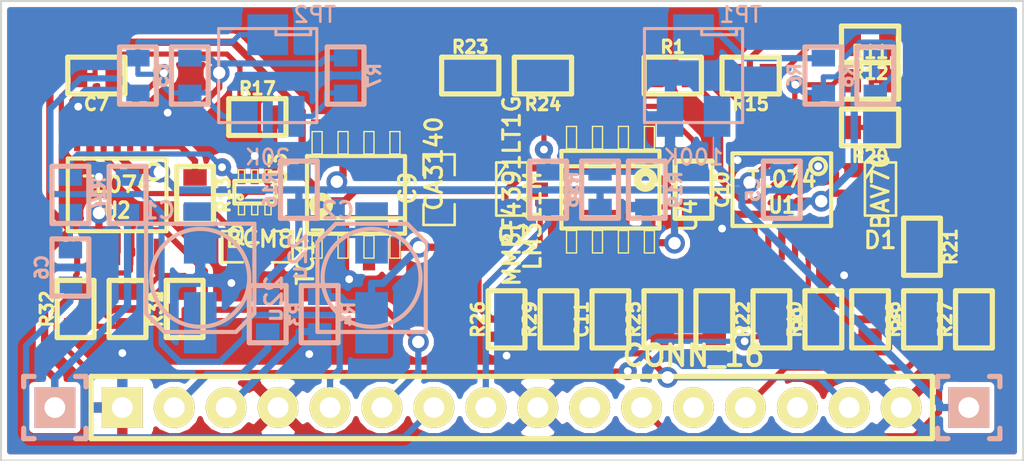
<source format=kicad_pcb>
(kicad_pcb (version 3) (host pcbnew "(2013-11-29 BZR 4513)-product")
  (layers (15 Front signal) (0 Back signal) (18 B.Paste user) (19 F.Paste user) (20 B.SilkS user) (21 F.SilkS user) (22 B.Mask user) (23 F.Mask user) (28 Edge.Cuts user))
  (net 0 "")
  (net 1 +15V)
  (net 2 +15V_PWR)
  (net 3 -15V)
  (net 4 -15V_PWR)
  (net 5 /RAMP)
  (net 6 /SCALE)
  (net 7 /TRI_SHAPE)
  (net 8 GND_PWR)
  (net 9 LINEAR_FM)
  (net 10 N-0000011)
  (net 11 N-0000015)
  (net 12 N-0000016)
  (net 13 N-0000017)
  (net 14 N-0000023)
  (net 15 N-0000024)
  (net 16 N-0000028)
  (net 17 N-0000029)
  (net 18 N-000003)
  (net 19 N-0000030)
  (net 20 N-0000032)
  (net 21 N-0000034)
  (net 22 N-0000035)
  (net 23 N-0000036)
  (net 24 N-0000042)
  (net 25 N-0000043)
  (net 26 N-0000044)
  (net 27 N-000006)
  (net 28 N-000007)
  (net 29 N-000008)
  (net 30 PITCH_CV)
  (net 31 PULSE)
  (net 32 PULSE_1K)
  (net 33 PWM_CV)
  (net 34 PWM_SUM)
  (net 35 SAW)
  (net 36 SAW_1K)
  (net 37 SYNC)
  (net 38 TRI)
  (net 39 TRI_1K)
  (module 43A: (layer Back) (at 134.874 120.65 180)
    (fp_text reference TP1 (at -2.30124 2.98196 180) (layer B.SilkS) (effects (font (size 0.762 0.762) (thickness 0.127)) (justify mirror)))
    (fp_text value 100K (at 0 -4.0005 180) (layer B.SilkS) (effects (font (size 0.762 0.762) (thickness 0.127)) (justify mirror)))
    (pad 2 smd rect (at 0 1.99898 180) (size 1.99898 1.99898) (layers Back B.Paste B.Mask) (net 7 /TRI_SHAPE))
    (pad 1 smd rect (at -1.15062 -1.99898 180) (size 1.30048 1.99898) (layers Back B.Paste B.Mask) (net 1 +15V))
    (pad 3 smd rect (at 1.15062 -1.99898 180) (size 1.30048 1.99898) (layers Back B.Paste B.Mask) (net 8 GND_PWR))
  )
  (module 43A: (layer Back) (at 114.046 120.65 180)
    (fp_text reference TP2 (at -2.30124 2.98196 180) (layer B.SilkS) (effects (font (size 0.762 0.762) (thickness 0.127)) (justify mirror)))
    (fp_text value 20K (at 0 -4.0005 180) (layer B.SilkS) (effects (font (size 0.762 0.762) (thickness 0.127)) (justify mirror)))
    (pad 2 smd rect (at 0 1.99898 180) (size 1.99898 1.99898) (layers Back B.Paste B.Mask) (net 21 N-0000034))
    (pad 1 smd rect (at -1.15062 -1.99898 180) (size 1.30048 1.99898) (layers Back B.Paste B.Mask) (net 14 N-0000023))
    (pad 3 smd rect (at 1.15062 -1.99898 180) (size 1.30048 1.99898) (layers Back B.Paste B.Mask) (net 21 N-0000034))
  )
  (module -SOT363_PHILIPS (layer Front) (at 113.411 126.365)
    (fp_text reference Q1 (at -0.49276 2.09804) (layer F.SilkS) (effects (font (size 0.8128 0.8128) (thickness 0.1524))))
    (fp_text value BCM847 (at 1.016 2.286) (layer F.SilkS) (effects (font (size 0.8128 0.8128) (thickness 0.1524))))
    (pad 1 smd rect (at -0.6477 0.79756) (size 0.39878 0.79756) (layers Front F.Paste F.Mask) (net 27 N-000006))
    (pad 2 smd rect (at 0 0.79756) (size 0.39878 0.79756) (layers Front F.Paste F.Mask) (net 15 N-0000024))
    (pad 3 smd rect (at 0.6477 0.79756) (size 0.39878 0.79756) (layers Front F.Paste F.Mask) (net 20 N-0000032))
    (pad 4 smd rect (at 0.6477 -0.79756) (size 0.39878 0.79756) (layers Front F.Paste F.Mask) (net 27 N-000006))
    (pad 5 smd rect (at 0 -0.79756) (size 0.39878 0.79756) (layers Front F.Paste F.Mask) (net 8 GND_PWR))
    (pad 6 smd rect (at -0.6477 -0.79756) (size 0.39878 0.79756) (layers Front F.Paste F.Mask) (net 28 N-000007))
  )
  (module SM0805-HAND (layer Front) (at 113.538 129.032 180)
    (fp_text reference TC1 (at -2.34696 -0.77724 270) (layer F.SilkS) (effects (font (size 0.8128 0.8128) (thickness 0.1524))))
    (fp_text value "1K 3300ppm/K" hide)
    (pad 1 smd rect (at -1.0795 0 180) (size 1.143 1.397) (layers Front F.Paste F.Mask) (net 8 GND_PWR))
    (pad 2 smd rect (at 1.0795 0 180) (size 1.143 1.397) (layers Front F.Paste F.Mask) (net 15 N-0000024))
  )
  (module SM0805-HAND (layer Front) (at 122.428 126.238 90)
    (fp_text reference C9 (at 0.06604 -1.53924 90) (layer F.SilkS) (effects (font (size 0.8128 0.8128) (thickness 0.1524))))
    (fp_text value "2.2n 1%" hide)
    (pad 1 smd rect (at -1.0795 0 90) (size 1.143 1.397) (layers Front F.Paste F.Mask) (net 20 N-0000032))
    (pad 2 smd rect (at 1.0795 0 90) (size 1.143 1.397) (layers Front F.Paste F.Mask) (net 16 N-0000028))
  )
  (module SOT23 (layer Front) (at 125.984 126.238 270)
    (fp_text reference Q2 (at 2.21996 -0.11176 360) (layer F.SilkS) (effects (font (size 0.8128 0.8128) (thickness 0.1524))))
    (fp_text value MMBF4391LT1G (at 0.0635 0 270) (layer F.SilkS) (effects (font (size 0.8128 0.8128) (thickness 0.1524))))
    (pad 3 smd rect (at 0 -1.27 270) (size 0.70104 1.00076) (layers Front F.Paste F.Mask) (net 19 N-0000030))
    (pad 2 smd rect (at 0.9525 1.27 270) (size 0.70104 1.00076) (layers Front F.Paste F.Mask) (net 20 N-0000032))
    (pad 1 smd rect (at -0.9525 1.27 270) (size 0.70104 1.00076) (layers Front F.Paste F.Mask) (net 16 N-0000028))
  )
  (module SOT23 (layer Front) (at 144.018 126.238 270)
    (fp_text reference D1 (at 2.47396 0.01524 360) (layer F.SilkS) (effects (font (size 0.8128 0.8128) (thickness 0.1524))))
    (fp_text value BAV70 (at 0.0635 0 270) (layer F.SilkS) (effects (font (size 0.8128 0.8128) (thickness 0.1524))))
    (pad 3 smd rect (at 0 -1.27 270) (size 0.70104 1.00076) (layers Front F.Paste F.Mask) (net 22 N-0000035))
    (pad 2 smd rect (at 0.9525 1.27 270) (size 0.70104 1.00076) (layers Front F.Paste F.Mask) (net 35 SAW))
    (pad 1 smd rect (at -0.9525 1.27 270) (size 0.70104 1.00076) (layers Front F.Paste F.Mask) (net 25 N-0000043))
  )
  (module rcl-153CLV-0505 (layer Back) (at 119.126 130.556 90)
    (fp_text reference C2 (at 3.302 -1.651 180) (layer B.SilkS) (effects (font (size 0.8128 0.8128) (thickness 0.1524)) (justify mirror)))
    (fp_text value 22u (at 1.03378 -3.59918 90) (layer B.SilkS) (effects (font (size 0.8128 0.8128) (thickness 0.1524)) (justify mirror)))
    (pad 1 smd rect (at 2.19964 0 90) (size 2.99974 1.59766) (layers Back B.Paste B.Mask) (net 8 GND_PWR))
    (pad 2 smd rect (at -2.19964 0 90) (size 2.99974 1.59766) (layers Back B.Paste B.Mask) (net 3 -15V))
  )
  (module rcl-153CLV-0505 (layer Back) (at 110.744 130.556 270)
    (fp_text reference C1 (at -3.302 2.032 360) (layer B.SilkS) (effects (font (size 0.8128 0.8128) (thickness 0.1524)) (justify mirror)))
    (fp_text value 22u (at 1.03378 -3.59918 270) (layer B.SilkS) (effects (font (size 0.8128 0.8128) (thickness 0.1524)) (justify mirror)))
    (pad 1 smd rect (at 2.19964 0 270) (size 2.99974 1.59766) (layers Back B.Paste B.Mask) (net 1 +15V))
    (pad 2 smd rect (at -2.19964 0 270) (size 2.99974 1.59766) (layers Back B.Paste B.Mask) (net 8 GND_PWR))
  )
  (module SIL-1 (layer Back) (at 103.632 136.906)
    (fp_text reference JP3 hide)
    (fp_text value CONN_1 hide)
    (pad 1 thru_hole rect (at 0 0) (size 1.99898 1.99898) (drill 1.016) (layers *.Cu *.Mask B.SilkS) (net 3 -15V))
  )
  (module SIL-1 (layer Back) (at 148.336 136.906)
    (fp_text reference JP2 hide)
    (fp_text value CONN_1 hide)
    (pad 1 thru_hole rect (at 0 0) (size 1.99898 1.99898) (drill 1.016) (layers *.Cu *.Mask B.SilkS) (net 1 +15V))
  )
  (module SIL-16 (layer Front) (at 125.984 136.906)
    (fp_text reference JP1 hide)
    (fp_text value CONN_16 (at 8.89 -2.54) (layer F.SilkS) (effects (font (size 1.016 1.016) (thickness 0.1905))))
    (pad 1 thru_hole rect (at -19.05 0) (size 1.99898 1.99898) (drill 1.016) (layers *.Cu *.Mask F.SilkS) (net 8 GND_PWR))
    (pad 2 thru_hole circle (at -16.51 0) (size 1.99898 1.99898) (drill 1.016) (layers *.Cu *.Mask F.SilkS) (net 2 +15V_PWR))
    (pad 3 thru_hole circle (at -13.97 0) (size 1.99898 1.99898) (drill 1.016) (layers *.Cu *.Mask F.SilkS) (net 4 -15V_PWR))
    (pad 4 thru_hole circle (at -11.43 0) (size 1.99898 1.99898) (drill 1.016) (layers *.Cu *.Mask F.SilkS) (net 8 GND_PWR))
    (pad 5 thru_hole circle (at -8.89 0) (size 1.99898 1.99898) (drill 1.016) (layers *.Cu *.Mask F.SilkS) (net 30 PITCH_CV))
    (pad 6 thru_hole circle (at -6.35 0) (size 1.99898 1.99898) (drill 1.016) (layers *.Cu *.Mask F.SilkS) (net 33 PWM_CV))
    (pad 7 thru_hole circle (at -3.81 0) (size 1.99898 1.99898) (drill 1.016) (layers *.Cu *.Mask F.SilkS) (net 9 LINEAR_FM))
    (pad 8 thru_hole circle (at -1.27 0) (size 1.99898 1.99898) (drill 1.016) (layers *.Cu *.Mask F.SilkS) (net 37 SYNC))
    (pad 9 thru_hole circle (at 1.27 0) (size 1.99898 1.99898) (drill 1.016) (layers *.Cu *.Mask F.SilkS) (net 8 GND_PWR))
    (pad 10 thru_hole circle (at 3.81 0) (size 1.99898 1.99898) (drill 1.016) (layers *.Cu *.Mask F.SilkS))
    (pad 11 thru_hole circle (at 6.35 0) (size 1.99898 1.99898) (drill 1.016) (layers *.Cu *.Mask F.SilkS) (net 36 SAW_1K))
    (pad 12 thru_hole circle (at 8.89 0) (size 1.99898 1.99898) (drill 1.016) (layers *.Cu *.Mask F.SilkS))
    (pad 13 thru_hole circle (at 11.43 0) (size 1.99898 1.99898) (drill 1.016) (layers *.Cu *.Mask F.SilkS) (net 32 PULSE_1K))
    (pad 14 thru_hole circle (at 13.97 0) (size 1.99898 1.99898) (drill 1.016) (layers *.Cu *.Mask F.SilkS))
    (pad 15 thru_hole circle (at 16.51 0) (size 1.99898 1.99898) (drill 1.016) (layers *.Cu *.Mask F.SilkS) (net 39 TRI_1K))
    (pad 16 thru_hole circle (at 19.05 0) (size 1.99898 1.99898) (drill 1.016) (layers *.Cu *.Mask F.SilkS) (net 8 GND_PWR))
  )
  (module TSSOP14 (layer Front) (at 139.192 126.238 180)
    (fp_text reference U1 (at 0 -0.762 180) (layer F.SilkS) (effects (font (size 0.762 0.635) (thickness 0.16002))))
    (fp_text value TL074 (at 0 0.508 180) (layer F.SilkS) (effects (font (size 0.762 0.762) (thickness 0.16002))))
    (pad 1 smd rect (at -1.9304 2.794 180) (size 0.29972 1.30048) (layers Front F.Paste F.Mask) (net 25 N-0000043))
    (pad 2 smd rect (at -1.2954 2.794 180) (size 0.29972 1.30048) (layers Front F.Paste F.Mask) (net 8 GND_PWR))
    (pad 3 smd rect (at -0.635 2.794 180) (size 0.29972 1.30048) (layers Front F.Paste F.Mask) (net 10 N-0000011))
    (pad 4 smd rect (at 0 2.794 180) (size 0.29972 1.30048) (layers Front F.Paste F.Mask) (net 1 +15V))
    (pad 5 smd rect (at 0.6604 2.794 180) (size 0.29972 1.30048) (layers Front F.Paste F.Mask) (net 11 N-0000015))
    (pad 6 smd rect (at 1.3081 2.794 180) (size 0.29972 1.30048) (layers Front F.Paste F.Mask) (net 8 GND_PWR))
    (pad 7 smd rect (at 1.9558 2.794 180) (size 0.29972 1.30048) (layers Front F.Paste F.Mask) (net 35 SAW))
    (pad 8 smd rect (at 1.9558 -2.794 180) (size 0.29972 1.30048) (layers Front F.Paste F.Mask) (net 38 TRI))
    (pad 9 smd rect (at 1.3081 -2.794 180) (size 0.29972 1.30048) (layers Front F.Paste F.Mask) (net 8 GND_PWR))
    (pad 10 smd rect (at 0.6604 -2.794 180) (size 0.29972 1.30048) (layers Front F.Paste F.Mask) (net 24 N-0000042))
    (pad 11 smd rect (at 0 -2.794 180) (size 0.29972 1.30048) (layers Front F.Paste F.Mask) (net 3 -15V))
    (pad 12 smd rect (at -0.6477 -2.794 180) (size 0.29972 1.30048) (layers Front F.Paste F.Mask) (net 35 SAW))
    (pad 13 smd rect (at -1.2954 -2.794 180) (size 0.29972 1.30048) (layers Front F.Paste F.Mask) (net 26 N-0000044))
    (pad 14 smd rect (at -1.9431 -2.794 180) (size 0.29972 1.30048) (layers Front F.Paste F.Mask) (net 31 PULSE))
  )
  (module TSSOP14 (layer Front) (at 106.68 126.492 180)
    (fp_text reference U2 (at 0 -0.762 180) (layer F.SilkS) (effects (font (size 0.762 0.635) (thickness 0.16002))))
    (fp_text value TL074 (at 0 0.508 180) (layer F.SilkS) (effects (font (size 0.762 0.762) (thickness 0.16002))))
    (pad 1 smd rect (at -1.9304 2.794 180) (size 0.29972 1.30048) (layers Front F.Paste F.Mask) (net 6 /SCALE))
    (pad 2 smd rect (at -1.2954 2.794 180) (size 0.29972 1.30048) (layers Front F.Paste F.Mask) (net 8 GND_PWR))
    (pad 3 smd rect (at -0.635 2.794 180) (size 0.29972 1.30048) (layers Front F.Paste F.Mask) (net 21 N-0000034))
    (pad 4 smd rect (at 0 2.794 180) (size 0.29972 1.30048) (layers Front F.Paste F.Mask) (net 1 +15V))
    (pad 5 smd rect (at 0.6604 2.794 180) (size 0.29972 1.30048) (layers Front F.Paste F.Mask) (net 28 N-000007))
    (pad 6 smd rect (at 1.3081 2.794 180) (size 0.29972 1.30048) (layers Front F.Paste F.Mask) (net 8 GND_PWR))
    (pad 7 smd rect (at 1.9558 2.794 180) (size 0.29972 1.30048) (layers Front F.Paste F.Mask) (net 17 N-0000029))
    (pad 8 smd rect (at 1.9558 -2.794 180) (size 0.29972 1.30048) (layers Front F.Paste F.Mask) (net 34 PWM_SUM))
    (pad 9 smd rect (at 1.3081 -2.794 180) (size 0.29972 1.30048) (layers Front F.Paste F.Mask) (net 12 N-0000016))
    (pad 10 smd rect (at 0.6604 -2.794 180) (size 0.29972 1.30048) (layers Front F.Paste F.Mask) (net 8 GND_PWR))
    (pad 11 smd rect (at 0 -2.794 180) (size 0.29972 1.30048) (layers Front F.Paste F.Mask) (net 3 -15V))
    (pad 12 smd rect (at -0.6477 -2.794 180) (size 0.29972 1.30048) (layers Front F.Paste F.Mask) (net 8 GND_PWR))
    (pad 13 smd rect (at -1.2954 -2.794 180) (size 0.29972 1.30048) (layers Front F.Paste F.Mask) (net 33 PWM_CV))
    (pad 14 smd rect (at -1.9431 -2.794 180) (size 0.29972 1.30048) (layers Front F.Paste F.Mask) (net 13 N-0000017))
  )
  (module SOIC-8-JRL (layer Front) (at 130.81 126.238 180)
    (fp_text reference U4 (at -3.81 -1.27 270) (layer F.SilkS) (effects (font (size 0.8128 0.8128) (thickness 0.1524))))
    (fp_text value LM311M (at 3.81 -1.524 270) (layer F.SilkS) (effects (font (size 0.8128 0.8128) (thickness 0.1524))))
    (pad 1 smd rect (at -1.905 2.59842 180) (size 0.59944 2.19964) (layers Front F.Paste F.Mask) (net 3 -15V))
    (pad 2 smd rect (at -0.635 2.59842 180) (size 0.59944 2.19964) (layers Front F.Paste F.Mask) (net 23 N-0000036))
    (pad 3 smd rect (at 0.635 2.59842 180) (size 0.59944 2.19964) (layers Front F.Paste F.Mask) (net 18 N-000003))
    (pad 4 smd rect (at 1.905 2.59842 180) (size 0.59944 2.19964) (layers Front F.Paste F.Mask) (net 3 -15V))
    (pad 5 smd rect (at 1.905 -2.59842 180) (size 0.59944 2.19964) (layers Front F.Paste F.Mask))
    (pad 6 smd rect (at 0.635 -2.59842 180) (size 0.59944 2.19964) (layers Front F.Paste F.Mask))
    (pad 7 smd rect (at -0.635 -2.59842 180) (size 0.59944 2.19964) (layers Front F.Paste F.Mask) (net 19 N-0000030))
    (pad 8 smd rect (at -1.905 -2.59842 180) (size 0.59944 2.19964) (layers Front F.Paste F.Mask) (net 1 +15V))
  )
  (module SOIC-8-JRL (layer Front) (at 118.364 126.492)
    (fp_text reference U3 (at -3.81 -1.27 90) (layer F.SilkS) (effects (font (size 0.8128 0.8128) (thickness 0.1524))))
    (fp_text value CA3140 (at 3.81 -1.524 90) (layer F.SilkS) (effects (font (size 0.8128 0.8128) (thickness 0.1524))))
    (pad 1 smd rect (at -1.905 2.59842) (size 0.59944 2.19964) (layers Front F.Paste F.Mask))
    (pad 2 smd rect (at -0.635 2.59842) (size 0.59944 2.19964) (layers Front F.Paste F.Mask) (net 8 GND_PWR))
    (pad 3 smd rect (at 0.635 2.59842) (size 0.59944 2.19964) (layers Front F.Paste F.Mask) (net 20 N-0000032))
    (pad 4 smd rect (at 1.905 2.59842) (size 0.59944 2.19964) (layers Front F.Paste F.Mask) (net 3 -15V))
    (pad 5 smd rect (at 1.905 -2.59842) (size 0.59944 2.19964) (layers Front F.Paste F.Mask))
    (pad 6 smd rect (at 0.635 -2.59842) (size 0.59944 2.19964) (layers Front F.Paste F.Mask) (net 5 /RAMP))
    (pad 7 smd rect (at -0.635 -2.59842) (size 0.59944 2.19964) (layers Front F.Paste F.Mask) (net 1 +15V))
    (pad 8 smd rect (at -1.905 -2.59842) (size 0.59944 2.19964) (layers Front F.Paste F.Mask))
  )
  (module SM0603-JRL (layer Front) (at 128.27 132.588 90)
    (fp_text reference R29 (at 0 -1.4 90) (layer F.SilkS) (effects (font (size 0.6096 0.6096) (thickness 0.1524))))
    (fp_text value 1K hide)
    (pad 1 smd rect (at -0.8509 0 90) (size 0.8128 1.143) (layers Front F.Paste F.Mask) (net 39 TRI_1K))
    (pad 2 smd rect (at 0.8509 0 90) (size 0.8128 1.143) (layers Front F.Paste F.Mask) (net 38 TRI))
  )
  (module SM0603-JRL (layer Front) (at 146.05 132.588 90)
    (fp_text reference R28 (at 0 -1.4 90) (layer F.SilkS) (effects (font (size 0.6096 0.6096) (thickness 0.1524))))
    (fp_text value 1K hide)
    (pad 1 smd rect (at -0.8509 0 90) (size 0.8128 1.143) (layers Front F.Paste F.Mask) (net 32 PULSE_1K))
    (pad 2 smd rect (at 0.8509 0 90) (size 0.8128 1.143) (layers Front F.Paste F.Mask) (net 31 PULSE))
  )
  (module SM0603-JRL (layer Front) (at 148.59 132.588 90)
    (fp_text reference R27 (at 0 -1.4 90) (layer F.SilkS) (effects (font (size 0.6096 0.6096) (thickness 0.1524))))
    (fp_text value 1K hide)
    (pad 1 smd rect (at -0.8509 0 90) (size 0.8128 1.143) (layers Front F.Paste F.Mask) (net 36 SAW_1K))
    (pad 2 smd rect (at 0.8509 0 90) (size 0.8128 1.143) (layers Front F.Paste F.Mask) (net 35 SAW))
  )
  (module SM0603-JRL (layer Front) (at 125.73 132.588 90)
    (fp_text reference R26 (at 0 -1.4 90) (layer F.SilkS) (effects (font (size 0.6096 0.6096) (thickness 0.1524))))
    (fp_text value 3.3K hide)
    (pad 1 smd rect (at -0.8509 0 90) (size 0.8128 1.143) (layers Front F.Paste F.Mask) (net 8 GND_PWR))
    (pad 2 smd rect (at 0.8509 0 90) (size 0.8128 1.143) (layers Front F.Paste F.Mask) (net 19 N-0000030))
  )
  (module SM0603-JRL (layer Front) (at 133.35 132.588 90)
    (fp_text reference R25 (at 0 -1.4 90) (layer F.SilkS) (effects (font (size 0.6096 0.6096) (thickness 0.1524))))
    (fp_text value 33K hide)
    (pad 1 smd rect (at -0.8509 0 90) (size 0.8128 1.143) (layers Front F.Paste F.Mask) (net 24 N-0000042))
    (pad 2 smd rect (at 0.8509 0 90) (size 0.8128 1.143) (layers Front F.Paste F.Mask) (net 38 TRI))
  )
  (module SM0603-JRL (layer Front) (at 127.508 120.65 180)
    (fp_text reference R24 (at 0 -1.4 180) (layer F.SilkS) (effects (font (size 0.6096 0.6096) (thickness 0.1524))))
    (fp_text value 15K hide)
    (pad 1 smd rect (at -0.8509 0 180) (size 0.8128 1.143) (layers Front F.Paste F.Mask) (net 23 N-0000036))
    (pad 2 smd rect (at 0.8509 0 180) (size 0.8128 1.143) (layers Front F.Paste F.Mask) (net 5 /RAMP))
  )
  (module SM0603-JRL (layer Front) (at 123.952 120.65)
    (fp_text reference R23 (at 0 -1.4) (layer F.SilkS) (effects (font (size 0.6096 0.6096) (thickness 0.1524))))
    (fp_text value 680 hide)
    (pad 1 smd rect (at -0.8509 0) (size 0.8128 1.143) (layers Front F.Paste F.Mask) (net 16 N-0000028))
    (pad 2 smd rect (at 0.8509 0) (size 0.8128 1.143) (layers Front F.Paste F.Mask) (net 5 /RAMP))
  )
  (module SM0603-JRL (layer Front) (at 135.89 132.588 270)
    (fp_text reference R22 (at 0 -1.4 270) (layer F.SilkS) (effects (font (size 0.6096 0.6096) (thickness 0.1524))))
    (fp_text value 56K hide)
    (pad 1 smd rect (at -0.8509 0 270) (size 0.8128 1.143) (layers Front F.Paste F.Mask) (net 3 -15V))
    (pad 2 smd rect (at 0.8509 0 270) (size 0.8128 1.143) (layers Front F.Paste F.Mask) (net 24 N-0000042))
  )
  (module SM0603-JRL (layer Front) (at 146.05 129.032 270)
    (fp_text reference R21 (at 0 -1.4 270) (layer F.SilkS) (effects (font (size 0.6096 0.6096) (thickness 0.1524))))
    (fp_text value 15K hide)
    (pad 1 smd rect (at -0.8509 0 270) (size 0.8128 1.143) (layers Front F.Paste F.Mask) (net 22 N-0000035))
    (pad 2 smd rect (at 0.8509 0 270) (size 0.8128 1.143) (layers Front F.Paste F.Mask) (net 24 N-0000042))
  )
  (module SM0603-JRL (layer Front) (at 143.51 123.19 180)
    (fp_text reference R20 (at 0 -1.4 180) (layer F.SilkS) (effects (font (size 0.6096 0.6096) (thickness 0.1524))))
    (fp_text value 15K hide)
    (pad 1 smd rect (at -0.8509 0 180) (size 0.8128 1.143) (layers Front F.Paste F.Mask) (net 3 -15V))
    (pad 2 smd rect (at 0.8509 0 180) (size 0.8128 1.143) (layers Front F.Paste F.Mask) (net 22 N-0000035))
  )
  (module SM0603-JRL (layer Back) (at 132.588 126.238 90)
    (fp_text reference R19 (at 0 1.4 90) (layer B.SilkS) (effects (font (size 0.6096 0.6096) (thickness 0.1524)) (justify mirror)))
    (fp_text value 10K hide)
    (pad 1 smd rect (at -0.8509 0 90) (size 0.8128 1.143) (layers Back B.Paste B.Mask) (net 8 GND_PWR))
    (pad 2 smd rect (at 0.8509 0 90) (size 0.8128 1.143) (layers Back B.Paste B.Mask) (net 18 N-000003))
  )
  (module SM0603-JRL (layer Back) (at 130.302 126.238 270)
    (fp_text reference R18 (at 0 1.4 270) (layer B.SilkS) (effects (font (size 0.6096 0.6096) (thickness 0.1524)) (justify mirror)))
    (fp_text value 20K hide)
    (pad 1 smd rect (at -0.8509 0 270) (size 0.8128 1.143) (layers Back B.Paste B.Mask) (net 18 N-000003))
    (pad 2 smd rect (at 0.8509 0 270) (size 0.8128 1.143) (layers Back B.Paste B.Mask) (net 1 +15V))
  )
  (module SM0603-JRL (layer Front) (at 113.538 122.682)
    (fp_text reference R17 (at 0 -1.4) (layer F.SilkS) (effects (font (size 0.6096 0.6096) (thickness 0.1524))))
    (fp_text value 10K hide)
    (pad 1 smd rect (at -0.8509 0) (size 0.8128 1.143) (layers Front F.Paste F.Mask) (net 17 N-0000029))
    (pad 2 smd rect (at 0.8509 0) (size 0.8128 1.143) (layers Front F.Paste F.Mask) (net 27 N-000006))
  )
  (module SM0603-JRL (layer Back) (at 115.57 126.238 270)
    (fp_text reference R16 (at 0 1.4 270) (layer B.SilkS) (effects (font (size 0.6096 0.6096) (thickness 0.1524)) (justify mirror)))
    (fp_text value 1.5M hide)
    (pad 1 smd rect (at -0.8509 0 270) (size 0.8128 1.143) (layers Back B.Paste B.Mask) (net 28 N-000007))
    (pad 2 smd rect (at 0.8509 0 270) (size 0.8128 1.143) (layers Back B.Paste B.Mask) (net 1 +15V))
  )
  (module SM0603-JRL (layer Front) (at 137.668 120.65 180)
    (fp_text reference R15 (at 0 -1.4 180) (layer F.SilkS) (effects (font (size 0.6096 0.6096) (thickness 0.1524))))
    (fp_text value 56K hide)
    (pad 1 smd rect (at -0.8509 0 180) (size 0.8128 1.143) (layers Front F.Paste F.Mask) (net 11 N-0000015))
    (pad 2 smd rect (at 0.8509 0 180) (size 0.8128 1.143) (layers Front F.Paste F.Mask) (net 35 SAW))
  )
  (module SM0603-JRL (layer Back) (at 104.394 126.492 90)
    (fp_text reference R14 (at 0 1.4 90) (layer B.SilkS) (effects (font (size 0.6096 0.6096) (thickness 0.1524)) (justify mirror)))
    (fp_text value 1M hide)
    (pad 1 smd rect (at -0.8509 0 90) (size 0.8128 1.143) (layers Back B.Paste B.Mask) (net 29 N-000008))
    (pad 2 smd rect (at 0.8509 0 90) (size 0.8128 1.143) (layers Back B.Paste B.Mask) (net 28 N-000007))
  )
  (module SM0603-JRL (layer Front) (at 110.49 126.492 270)
    (fp_text reference R13 (at 0 -1.4 270) (layer F.SilkS) (effects (font (size 0.6096 0.6096) (thickness 0.1524))))
    (fp_text value 56K hide)
    (pad 1 smd rect (at -0.8509 0 270) (size 0.8128 1.143) (layers Front F.Paste F.Mask) (net 6 /SCALE))
    (pad 2 smd rect (at 0.8509 0 270) (size 0.8128 1.143) (layers Front F.Paste F.Mask) (net 15 N-0000024))
  )
  (module SM0603-JRL (layer Front) (at 143.51 119.126 180)
    (fp_text reference R12 (at 0 -1.4 180) (layer F.SilkS) (effects (font (size 0.6096 0.6096) (thickness 0.1524))))
    (fp_text value 56K hide)
    (pad 1 smd rect (at -0.8509 0 180) (size 0.8128 1.143) (layers Front F.Paste F.Mask) (net 25 N-0000043))
    (pad 2 smd rect (at 0.8509 0 180) (size 0.8128 1.143) (layers Front F.Paste F.Mask) (net 11 N-0000015))
  )
  (module SM0603-JRL (layer Front) (at 143.51 120.904)
    (fp_text reference R11 (at 0 -1.4) (layer F.SilkS) (effects (font (size 0.6096 0.6096) (thickness 0.1524))))
    (fp_text value 39K hide)
    (pad 1 smd rect (at -0.8509 0) (size 0.8128 1.143) (layers Front F.Paste F.Mask) (net 10 N-0000011))
    (pad 2 smd rect (at 0.8509 0) (size 0.8128 1.143) (layers Front F.Paste F.Mask) (net 25 N-0000043))
  )
  (module SM0603-JRL (layer Front) (at 141.224 132.588 90)
    (fp_text reference R10 (at 0 -1.4 90) (layer F.SilkS) (effects (font (size 0.6096 0.6096) (thickness 0.1524))))
    (fp_text value 56K hide)
    (pad 1 smd rect (at -0.8509 0 90) (size 0.8128 1.143) (layers Front F.Paste F.Mask) (net 26 N-0000044))
    (pad 2 smd rect (at 0.8509 0 90) (size 0.8128 1.143) (layers Front F.Paste F.Mask) (net 8 GND_PWR))
  )
  (module SM0603-JRL (layer Front) (at 138.684 132.588 270)
    (fp_text reference R9 (at 0 -1.4 270) (layer F.SilkS) (effects (font (size 0.6096 0.6096) (thickness 0.1524))))
    (fp_text value 10K hide)
    (pad 1 smd rect (at -0.8509 0 270) (size 0.8128 1.143) (layers Front F.Paste F.Mask) (net 26 N-0000044))
    (pad 2 smd rect (at 0.8509 0 270) (size 0.8128 1.143) (layers Front F.Paste F.Mask) (net 34 PWM_SUM))
  )
  (module SM0603-JRL (layer Back) (at 143.764 120.65 270)
    (fp_text reference R8 (at 0 1.4 270) (layer B.SilkS) (effects (font (size 0.6096 0.6096) (thickness 0.1524)) (justify mirror)))
    (fp_text value 56K hide)
    (pad 1 smd rect (at -0.8509 0 270) (size 0.8128 1.143) (layers Back B.Paste B.Mask) (net 3 -15V))
    (pad 2 smd rect (at 0.8509 0 270) (size 0.8128 1.143) (layers Back B.Paste B.Mask) (net 10 N-0000011))
  )
  (module SM0603-JRL (layer Back) (at 117.856 120.65 90)
    (fp_text reference R7 (at 0 1.4 90) (layer B.SilkS) (effects (font (size 0.6096 0.6096) (thickness 0.1524)) (justify mirror)))
    (fp_text value 91K hide)
    (pad 1 smd rect (at -0.8509 0 90) (size 0.8128 1.143) (layers Back B.Paste B.Mask) (net 14 N-0000023))
    (pad 2 smd rect (at 0.8509 0 90) (size 0.8128 1.143) (layers Back B.Paste B.Mask) (net 6 /SCALE))
  )
  (module SM0603-JRL (layer Back) (at 141.224 120.65 270)
    (fp_text reference R6 (at 0 1.4 270) (layer B.SilkS) (effects (font (size 0.6096 0.6096) (thickness 0.1524)) (justify mirror)))
    (fp_text value 1M hide)
    (pad 1 smd rect (at -0.8509 0 270) (size 0.8128 1.143) (layers Back B.Paste B.Mask) (net 7 /TRI_SHAPE))
    (pad 2 smd rect (at 0.8509 0 270) (size 0.8128 1.143) (layers Back B.Paste B.Mask) (net 10 N-0000011))
  )
  (module SM0603-JRL (layer Front) (at 143.51 132.588 270)
    (fp_text reference R5 (at 0 -1.4 270) (layer F.SilkS) (effects (font (size 0.6096 0.6096) (thickness 0.1524))))
    (fp_text value 1M hide)
    (pad 1 smd rect (at -0.8509 0 270) (size 0.8128 1.143) (layers Front F.Paste F.Mask) (net 31 PULSE))
    (pad 2 smd rect (at 0.8509 0 270) (size 0.8128 1.143) (layers Front F.Paste F.Mask) (net 26 N-0000044))
  )
  (module SM0603-JRL (layer Back) (at 116.586 132.334 90)
    (fp_text reference R4 (at 0 1.4 90) (layer B.SilkS) (effects (font (size 0.6096 0.6096) (thickness 0.1524)) (justify mirror)))
    (fp_text value 10 hide)
    (pad 1 smd rect (at -0.8509 0 90) (size 0.8128 1.143) (layers Back B.Paste B.Mask) (net 4 -15V_PWR))
    (pad 2 smd rect (at 0.8509 0 90) (size 0.8128 1.143) (layers Back B.Paste B.Mask) (net 3 -15V))
  )
  (module SM0603-JRL (layer Back) (at 114.046 132.334 90)
    (fp_text reference R3 (at 0 1.4 90) (layer B.SilkS) (effects (font (size 0.6096 0.6096) (thickness 0.1524)) (justify mirror)))
    (fp_text value 10 hide)
    (pad 1 smd rect (at -0.8509 0 90) (size 0.8128 1.143) (layers Back B.Paste B.Mask) (net 2 +15V_PWR))
    (pad 2 smd rect (at 0.8509 0 90) (size 0.8128 1.143) (layers Back B.Paste B.Mask) (net 1 +15V))
  )
  (module SM0603-JRL (layer Back) (at 107.696 120.65 90)
    (fp_text reference R2 (at 0 1.4 90) (layer B.SilkS) (effects (font (size 0.6096 0.6096) (thickness 0.1524)) (justify mirror)))
    (fp_text value 100K hide)
    (pad 1 smd rect (at -0.8509 0 90) (size 0.8128 1.143) (layers Back B.Paste B.Mask) (net 30 PITCH_CV))
    (pad 2 smd rect (at 0.8509 0 90) (size 0.8128 1.143) (layers Back B.Paste B.Mask) (net 21 N-0000034))
  )
  (module SM0603-JRL (layer Front) (at 133.858 120.65)
    (fp_text reference R1 (at 0 -1.4) (layer F.SilkS) (effects (font (size 0.6096 0.6096) (thickness 0.1524))))
    (fp_text value 10K hide)
    (pad 1 smd rect (at -0.8509 0) (size 0.8128 1.143) (layers Front F.Paste F.Mask) (net 5 /RAMP))
    (pad 2 smd rect (at 0.8509 0) (size 0.8128 1.143) (layers Front F.Paste F.Mask) (net 10 N-0000011))
  )
  (module SM0603-JRL (layer Front) (at 130.81 132.588 90)
    (fp_text reference C11 (at 0 -1.4 90) (layer F.SilkS) (effects (font (size 0.6096 0.6096) (thickness 0.1524))))
    (fp_text value 100p hide)
    (pad 1 smd rect (at -0.8509 0 90) (size 0.8128 1.143) (layers Front F.Paste F.Mask) (net 24 N-0000042))
    (pad 2 smd rect (at 0.8509 0 90) (size 0.8128 1.143) (layers Front F.Paste F.Mask) (net 38 TRI))
  )
  (module SM0603-JRL (layer Front) (at 134.874 126.238 270)
    (fp_text reference C10 (at 0 -1.4 270) (layer F.SilkS) (effects (font (size 0.6096 0.6096) (thickness 0.1524))))
    (fp_text value 18p hide)
    (pad 1 smd rect (at -0.8509 0 270) (size 0.8128 1.143) (layers Front F.Paste F.Mask) (net 23 N-0000036))
    (pad 2 smd rect (at 0.8509 0 270) (size 0.8128 1.143) (layers Front F.Paste F.Mask) (net 19 N-0000030))
  )
  (module SM0603-JRL (layer Back) (at 127.762 126.238 90)
    (fp_text reference C8 (at 0 1.4 90) (layer B.SilkS) (effects (font (size 0.6096 0.6096) (thickness 0.1524)) (justify mirror)))
    (fp_text value 100p hide)
    (pad 1 smd rect (at -0.8509 0 90) (size 0.8128 1.143) (layers Back B.Paste B.Mask) (net 37 SYNC))
    (pad 2 smd rect (at 0.8509 0 90) (size 0.8128 1.143) (layers Back B.Paste B.Mask) (net 18 N-000003))
  )
  (module SM0603-JRL (layer Front) (at 105.664 120.65 180)
    (fp_text reference C7 (at 0 -1.4 180) (layer F.SilkS) (effects (font (size 0.6096 0.6096) (thickness 0.1524))))
    (fp_text value 100p hide)
    (pad 1 smd rect (at -0.8509 0 180) (size 0.8128 1.143) (layers Front F.Paste F.Mask) (net 28 N-000007))
    (pad 2 smd rect (at 0.8509 0 180) (size 0.8128 1.143) (layers Front F.Paste F.Mask) (net 17 N-0000029))
  )
  (module SM0603-JRL (layer Back) (at 104.394 130.048 270)
    (fp_text reference C6 (at 0 1.4 270) (layer B.SilkS) (effects (font (size 0.6096 0.6096) (thickness 0.1524)) (justify mirror)))
    (fp_text value 2.2n hide)
    (pad 1 smd rect (at -0.8509 0 270) (size 0.8128 1.143) (layers Back B.Paste B.Mask) (net 29 N-000008))
    (pad 2 smd rect (at 0.8509 0 270) (size 0.8128 1.143) (layers Back B.Paste B.Mask) (net 9 LINEAR_FM))
  )
  (module SM0603-JRL (layer Back) (at 139.192 126.238 270)
    (fp_text reference C5 (at 0 1.4 270) (layer B.SilkS) (effects (font (size 0.6096 0.6096) (thickness 0.1524)) (justify mirror)))
    (fp_text value 100n hide)
    (pad 1 smd rect (at -0.8509 0 270) (size 0.8128 1.143) (layers Back B.Paste B.Mask) (net 1 +15V))
    (pad 2 smd rect (at 0.8509 0 270) (size 0.8128 1.143) (layers Back B.Paste B.Mask) (net 3 -15V))
  )
  (module SM0603-JRL (layer Back) (at 107.188 126.492 270)
    (fp_text reference C4 (at 0 1.4 270) (layer B.SilkS) (effects (font (size 0.6096 0.6096) (thickness 0.1524)) (justify mirror)))
    (fp_text value 100n hide)
    (pad 1 smd rect (at -0.8509 0 270) (size 0.8128 1.143) (layers Back B.Paste B.Mask) (net 1 +15V))
    (pad 2 smd rect (at 0.8509 0 270) (size 0.8128 1.143) (layers Back B.Paste B.Mask) (net 3 -15V))
  )
  (module SM0603-JRL (layer Back) (at 110.236 120.65 270)
    (fp_text reference C3 (at 0 1.4 270) (layer B.SilkS) (effects (font (size 0.6096 0.6096) (thickness 0.1524)) (justify mirror)))
    (fp_text value 100p hide)
    (pad 1 smd rect (at -0.8509 0 270) (size 0.8128 1.143) (layers Back B.Paste B.Mask) (net 6 /SCALE))
    (pad 2 smd rect (at 0.8509 0 270) (size 0.8128 1.143) (layers Back B.Paste B.Mask) (net 21 N-0000034))
  )
  (module SM0603-JRL (layer Front) (at 104.648 132.08 90)
    (fp_text reference R32 (at 0 -1.4 90) (layer F.SilkS) (effects (font (size 0.6096 0.6096) (thickness 0.1524))))
    (fp_text value 100K hide)
    (pad 1 smd rect (at -0.8509 0 90) (size 0.8128 1.143) (layers Front F.Paste F.Mask) (net 12 N-0000016))
    (pad 2 smd rect (at 0.8509 0 90) (size 0.8128 1.143) (layers Front F.Paste F.Mask) (net 34 PWM_SUM))
  )
  (module SM0603-JRL (layer Front) (at 107.188 132.08 270)
    (fp_text reference R31 (at 0 -1.4 270) (layer F.SilkS) (effects (font (size 0.6096 0.6096) (thickness 0.1524))))
    (fp_text value 100K hide)
    (pad 1 smd rect (at -0.8509 0 270) (size 0.8128 1.143) (layers Front F.Paste F.Mask) (net 13 N-0000017))
    (pad 2 smd rect (at 0.8509 0 270) (size 0.8128 1.143) (layers Front F.Paste F.Mask) (net 12 N-0000016))
  )
  (module SM0603-JRL (layer Front) (at 109.982 132.08 90)
    (fp_text reference R30 (at 0 -1.4 90) (layer F.SilkS) (effects (font (size 0.6096 0.6096) (thickness 0.1524))))
    (fp_text value 100K hide)
    (pad 1 smd rect (at -0.8509 0 90) (size 0.8128 1.143) (layers Front F.Paste F.Mask) (net 33 PWM_CV))
    (pad 2 smd rect (at 0.8509 0 90) (size 0.8128 1.143) (layers Front F.Paste F.Mask) (net 13 N-0000017))
  )
  (gr_line (start 101 139.5) (end 101 117) (angle 90) (layer Edge.Cuts) (width 0.1))
  (gr_line (start 151 139.5) (end 101 139.5) (angle 90) (layer Edge.Cuts) (width 0.1))
  (gr_line (start 151 117) (end 151 139.5) (angle 90) (layer Edge.Cuts) (width 0.1))
  (gr_line (start 151 117) (end 101 117) (angle 90) (layer Edge.Cuts) (width 0.1))
  (segment (start 136.89578 125.8795) (end 137.6142 125.8795) (width 0.3556) (layer Back) (net 1))
  (segment (start 136.81885 125.8795) (end 136.89578 125.8795) (width 0.3556) (layer Back) (net 1))
  (segment (start 136.02462 125.08527) (end 136.81885 125.8795) (width 0.3556) (layer Back) (net 1))
  (segment (start 136.02462 122.64898) (end 136.02462 125.08527) (width 0.3556) (layer Back) (net 1))
  (segment (start 106.68 124.479981) (end 106.68 123.698) (width 0.3556) (layer Front) (net 1))
  (segment (start 108.7672 125.3802) (end 107.580219 125.3802) (width 0.3556) (layer Front) (net 1))
  (segment (start 107.580219 125.3802) (end 106.68 124.479981) (width 0.3556) (layer Front) (net 1))
  (via (at 108.7672 125.3802) (size 1.016) (layers Front Back) (net 1))
  (via (at 137.6142 125.8795) (size 1.016) (layers Front Back) (net 1))
  (via (at 117.4258 125.8453) (size 1.016) (layers Front Back) (net 1))
  (via (at 133.945 128.8576) (size 1.016) (layers Front Back) (net 1))
  (segment (start 113.0424 131.6881) (end 111.9749 132.7556) (width 0.3556) (layer Back) (net 1))
  (segment (start 113.0424 131.4831) (end 113.0424 131.6881) (width 0.3556) (layer Back) (net 1))
  (segment (start 110.744 132.7556) (end 111.9749 132.7556) (width 0.3556) (layer Back) (net 1))
  (segment (start 114.046 131.4831) (end 113.0424 131.4831) (width 0.3556) (layer Back) (net 1))
  (segment (start 114.046 131.4831) (end 114.046 130.6446) (width 0.3556) (layer Back) (net 1))
  (segment (start 115.57 129.1206) (end 114.046 130.6446) (width 0.3556) (layer Back) (net 1))
  (segment (start 115.57 127.0889) (end 115.57 129.1206) (width 0.3556) (layer Back) (net 1))
  (segment (start 115.57 127.0889) (end 115.57 126.2504) (width 0.3556) (layer Back) (net 1))
  (segment (start 107.188 125.6411) (end 108.1916 125.6411) (width 0.3556) (layer Back) (net 1))
  (segment (start 108.7672 125.3802) (end 108.7672 125.4126) (width 0.3556) (layer Back) (net 1))
  (segment (start 108.5387 125.6411) (end 108.1916 125.6411) (width 0.3556) (layer Back) (net 1))
  (segment (start 108.7672 125.4126) (end 108.5387 125.6411) (width 0.3556) (layer Back) (net 1))
  (segment (start 109.605 126.2504) (end 115.57 126.2504) (width 0.3556) (layer Back) (net 1))
  (segment (start 108.7672 125.4126) (end 109.605 126.2504) (width 0.3556) (layer Back) (net 1))
  (segment (start 130.302 127.0889) (end 130.302 126.2504) (width 0.3556) (layer Back) (net 1))
  (segment (start 139.192 125.3871) (end 138.1884 125.3871) (width 0.3556) (layer Back) (net 1))
  (segment (start 137.696 125.8795) (end 137.6142 125.8795) (width 0.3556) (layer Back) (net 1))
  (segment (start 138.1884 125.3871) (end 137.696 125.8795) (width 0.3556) (layer Back) (net 1))
  (segment (start 138.9674 124.5263) (end 139.192 124.5263) (width 0.3556) (layer Front) (net 1))
  (segment (start 137.6142 125.8795) (end 138.9674 124.5263) (width 0.3556) (layer Front) (net 1))
  (segment (start 139.192 123.444) (end 139.192 124.5263) (width 0.3556) (layer Front) (net 1))
  (segment (start 117.729 125.5421) (end 117.4258 125.8453) (width 0.3556) (layer Front) (net 1))
  (segment (start 117.729 123.8936) (end 117.729 125.5421) (width 0.3556) (layer Front) (net 1))
  (segment (start 117.4258 126.2504) (end 117.4258 125.8453) (width 0.3556) (layer Back) (net 1))
  (segment (start 117.4258 126.2504) (end 115.57 126.2504) (width 0.3556) (layer Back) (net 1))
  (segment (start 130.302 126.2504) (end 117.4258 126.2504) (width 0.3556) (layer Back) (net 1))
  (segment (start 133.9238 128.8364) (end 133.945 128.8576) (width 0.3556) (layer Front) (net 1))
  (segment (start 132.715 128.8364) (end 133.9238 128.8364) (width 0.3556) (layer Front) (net 1))
  (segment (start 130.302 126.2504) (end 133.945 126.2504) (width 0.3556) (layer Back) (net 1))
  (segment (start 133.945 126.2504) (end 133.945 128.8576) (width 0.3556) (layer Back) (net 1))
  (segment (start 148.336 136.906) (end 146.9044 136.906) (width 0.3556) (layer Back) (net 1))
  (segment (start 146.9044 136.7269) (end 146.9044 136.906) (width 0.3556) (layer Back) (net 1))
  (segment (start 137.2433 127.0658) (end 146.9044 136.7269) (width 0.3556) (layer Back) (net 1))
  (segment (start 137.2433 126.2504) (end 137.2433 127.0658) (width 0.3556) (layer Back) (net 1))
  (segment (start 133.945 126.2504) (end 137.2433 126.2504) (width 0.3556) (layer Back) (net 1))
  (segment (start 137.2433 126.2504) (end 137.6142 125.8795) (width 0.3556) (layer Back) (net 1))
  (segment (start 114.046 133.1849) (end 114.046 134.0234) (width 0.3556) (layer Back) (net 2))
  (segment (start 112.7719 135.2975) (end 114.046 134.0234) (width 0.3556) (layer Back) (net 2))
  (segment (start 111.0825 135.2975) (end 112.7719 135.2975) (width 0.3556) (layer Back) (net 2))
  (segment (start 109.474 136.906) (end 111.0825 135.2975) (width 0.3556) (layer Back) (net 2))
  (segment (start 139.192 127.565) (end 139.068949 127.441949) (width 0.3556) (layer Front) (net 3))
  (segment (start 139.068949 127.441949) (end 136.843849 127.441949) (width 0.3556) (layer Front) (net 3))
  (segment (start 136.843849 127.441949) (end 135.6522 126.2503) (width 0.3556) (layer Front) (net 3))
  (segment (start 135.6522 126.2503) (end 133.7938 126.2503) (width 0.3556) (layer Front) (net 3))
  (segment (start 133.7938 126.2503) (end 132.715 125.1715) (width 0.3556) (layer Front) (net 3))
  (segment (start 106.54752 127.3429) (end 107.188 127.3429) (width 0.3556) (layer Back) (net 3))
  (segment (start 106.50942 127.381) (end 106.54752 127.3429) (width 0.3556) (layer Back) (net 3))
  (segment (start 105.791 127.381) (end 106.50942 127.381) (width 0.3556) (layer Back) (net 3))
  (segment (start 105.791 128.2037) (end 106.68 128.2037) (width 0.3556) (layer Front) (net 3))
  (segment (start 104.3834 128.2037) (end 105.791 128.2037) (width 0.3556) (layer Front) (net 3))
  (segment (start 105.791 128.2037) (end 105.791 127.381) (width 0.3556) (layer Front) (net 3))
  (via (at 105.791 127.381) (size 1.016) (layers Front Back) (net 3))
  (segment (start 103.390689 127.210989) (end 103.390689 120.477911) (width 0.3556) (layer Front) (net 3))
  (segment (start 117.8151 126.7854) (end 118.3238 126.2767) (width 0.3556) (layer Front) (net 3))
  (segment (start 117.0365 126.7854) (end 117.8151 126.7854) (width 0.3556) (layer Front) (net 3))
  (segment (start 115.7271 125.476) (end 117.0365 126.7854) (width 0.3556) (layer Front) (net 3))
  (segment (start 118.3238 126.2767) (end 125.5513 126.2767) (width 0.3556) (layer Front) (net 3))
  (segment (start 104.3834 128.2037) (end 103.390689 127.210989) (width 0.3556) (layer Front) (net 3))
  (segment (start 103.390689 120.477911) (end 104.851 119.0176) (width 0.3556) (layer Front) (net 3))
  (segment (start 104.851 119.0176) (end 112.3465 119.0176) (width 0.3556) (layer Front) (net 3))
  (segment (start 112.3465 119.0176) (end 115.7271 122.3982) (width 0.3556) (layer Front) (net 3))
  (segment (start 115.7271 122.3982) (end 115.7271 125.476) (width 0.3556) (layer Front) (net 3))
  (segment (start 125.5513 126.2767) (end 125.6466 126.372) (width 0.3556) (layer Front) (net 3))
  (via (at 121.4469 129.0545) (size 1.016) (layers Front Back) (net 3))
  (via (at 141.1199 126.8013) (size 1.016) (layers Front Back) (net 3))
  (segment (start 120.3049 129.0545) (end 120.269 129.0904) (width 0.3556) (layer Front) (net 3))
  (segment (start 121.4469 129.0545) (end 120.3049 129.0545) (width 0.3556) (layer Front) (net 3))
  (segment (start 119.6778 130.8236) (end 121.4469 129.0545) (width 0.3556) (layer Back) (net 3))
  (segment (start 119.126 130.8236) (end 119.6778 130.8236) (width 0.3556) (layer Back) (net 3))
  (segment (start 139.192 127.0889) (end 140.1956 127.0889) (width 0.3556) (layer Back) (net 3))
  (segment (start 143.764 119.7991) (end 143.764 120.6376) (width 0.3556) (layer Back) (net 3))
  (segment (start 140.4832 126.8013) (end 140.1956 127.0889) (width 0.3556) (layer Back) (net 3))
  (segment (start 141.1199 126.8013) (end 140.4832 126.8013) (width 0.3556) (layer Back) (net 3))
  (segment (start 143.0303 120.6376) (end 143.764 120.6376) (width 0.3556) (layer Back) (net 3))
  (segment (start 142.7361 120.9318) (end 143.0303 120.6376) (width 0.3556) (layer Back) (net 3))
  (segment (start 142.7361 125.1851) (end 142.7361 120.9318) (width 0.3556) (layer Back) (net 3))
  (segment (start 141.1199 126.8013) (end 142.7361 125.1851) (width 0.3556) (layer Back) (net 3))
  (segment (start 119.126 132.7556) (end 119.126 131.7896) (width 0.3556) (layer Back) (net 3))
  (segment (start 119.126 131.7896) (end 119.126 130.8236) (width 0.3556) (layer Back) (net 3))
  (segment (start 117.8961 131.7896) (end 117.5896 131.4831) (width 0.3556) (layer Back) (net 3))
  (segment (start 119.126 131.7896) (end 117.8961 131.7896) (width 0.3556) (layer Back) (net 3))
  (segment (start 116.586 131.4831) (end 117.5896 131.4831) (width 0.3556) (layer Back) (net 3))
  (segment (start 103.632 136.906) (end 103.632 135.4744) (width 0.3556) (layer Front) (net 3))
  (segment (start 106.68 129.286) (end 106.68 128.2037) (width 0.3556) (layer Front) (net 3))
  (segment (start 103.1325 129.4546) (end 104.3834 128.2037) (width 0.3556) (layer Front) (net 3))
  (segment (start 103.1325 134.9749) (end 103.1325 129.4546) (width 0.3556) (layer Front) (net 3))
  (segment (start 103.632 135.4744) (end 103.1325 134.9749) (width 0.3556) (layer Front) (net 3))
  (segment (start 107.188 131.9184) (end 103.632 135.4744) (width 0.3556) (layer Back) (net 3))
  (segment (start 107.188 127.3429) (end 107.188 131.9184) (width 0.3556) (layer Back) (net 3))
  (segment (start 103.632 136.906) (end 103.632 135.4744) (width 0.3556) (layer Back) (net 3))
  (segment (start 139.192 129.032) (end 139.192 127.9497) (width 0.3556) (layer Front) (net 3))
  (segment (start 141.5134 126.4078) (end 141.1199 126.8013) (width 0.3556) (layer Front) (net 3))
  (segment (start 143.1142 126.4078) (end 141.5134 126.4078) (width 0.3556) (layer Front) (net 3))
  (segment (start 144.3609 125.1611) (end 143.1142 126.4078) (width 0.3556) (layer Front) (net 3))
  (segment (start 144.3609 123.19) (end 144.3609 125.1611) (width 0.3556) (layer Front) (net 3))
  (segment (start 132.715 123.6396) (end 132.715 125.1715) (width 0.3556) (layer Front) (net 3))
  (segment (start 128.905 123.6396) (end 128.905 125.1715) (width 0.3556) (layer Front) (net 3))
  (segment (start 132.715 125.1715) (end 128.905 125.1715) (width 0.3556) (layer Front) (net 3))
  (segment (start 126.8471 125.1715) (end 128.905 125.1715) (width 0.3556) (layer Front) (net 3))
  (segment (start 125.6466 126.372) (end 126.8471 125.1715) (width 0.3556) (layer Front) (net 3))
  (segment (start 139.9557 126.8013) (end 139.192 127.565) (width 0.3556) (layer Front) (net 3))
  (segment (start 141.1199 126.8013) (end 139.9557 126.8013) (width 0.3556) (layer Front) (net 3))
  (segment (start 139.192 127.565) (end 139.192 127.9497) (width 0.3556) (layer Front) (net 3))
  (segment (start 135.0514 132.5757) (end 135.89 131.7371) (width 0.3556) (layer Front) (net 3))
  (segment (start 124.9669 132.5757) (end 135.0514 132.5757) (width 0.3556) (layer Front) (net 3))
  (segment (start 124.333 131.9418) (end 124.9669 132.5757) (width 0.3556) (layer Front) (net 3))
  (segment (start 124.333 129.0545) (end 124.333 131.9418) (width 0.3556) (layer Front) (net 3))
  (segment (start 125.6466 127.7409) (end 124.333 129.0545) (width 0.3556) (layer Front) (net 3))
  (segment (start 125.6466 126.372) (end 125.6466 127.7409) (width 0.3556) (layer Front) (net 3))
  (segment (start 124.333 129.0545) (end 121.4469 129.0545) (width 0.3556) (layer Front) (net 3))
  (segment (start 112.0925 136.906) (end 112.014 136.906) (width 0.3556) (layer Back) (net 4))
  (segment (start 115.5824 133.4161) (end 112.0925 136.906) (width 0.3556) (layer Back) (net 4))
  (segment (start 115.5824 133.1849) (end 115.5824 133.4161) (width 0.3556) (layer Back) (net 4))
  (segment (start 116.586 133.1849) (end 115.5824 133.1849) (width 0.3556) (layer Back) (net 4))
  (segment (start 118.999 123.8936) (end 118.999 122.3871) (width 0.3048) (layer Front) (net 5))
  (segment (start 124.8029 120.65) (end 126.6571 120.65) (width 0.3048) (layer Front) (net 5))
  (segment (start 121.7144 119.6717) (end 118.999 122.3871) (width 0.3048) (layer Front) (net 5))
  (segment (start 123.723 119.6717) (end 121.7144 119.6717) (width 0.3048) (layer Front) (net 5))
  (segment (start 123.9898 119.9385) (end 123.723 119.6717) (width 0.3048) (layer Front) (net 5))
  (segment (start 123.9898 120.65) (end 123.9898 119.9385) (width 0.3048) (layer Front) (net 5))
  (segment (start 124.8029 120.65) (end 123.9898 120.65) (width 0.3048) (layer Front) (net 5))
  (segment (start 127.4702 119.9385) (end 127.4702 120.65) (width 0.3048) (layer Front) (net 5))
  (segment (start 127.737 119.6717) (end 127.4702 119.9385) (width 0.3048) (layer Front) (net 5))
  (segment (start 131.2157 119.6717) (end 127.737 119.6717) (width 0.3048) (layer Front) (net 5))
  (segment (start 132.194 120.65) (end 131.2157 119.6717) (width 0.3048) (layer Front) (net 5))
  (segment (start 133.0071 120.65) (end 132.194 120.65) (width 0.3048) (layer Front) (net 5))
  (segment (start 126.6571 120.65) (end 127.4702 120.65) (width 0.3048) (layer Front) (net 5))
  (segment (start 109.20982 123.698) (end 111.6729 121.23492) (width 0.3048) (layer Front) (net 6))
  (segment (start 108.6104 123.698) (end 109.20982 123.698) (width 0.3048) (layer Front) (net 6))
  (segment (start 111.6729 121.23492) (end 111.6729 120.5165) (width 0.3048) (layer Front) (net 6))
  (via (at 111.6729 120.5165) (size 1.016) (layers Front Back) (net 6))
  (segment (start 110.236 119.7991) (end 111.2142 119.7991) (width 0.3048) (layer Back) (net 6))
  (segment (start 117.856 119.7991) (end 116.8778 119.7991) (width 0.3048) (layer Back) (net 6))
  (segment (start 108.6104 123.698) (end 108.6104 124.1117) (width 0.3048) (layer Front) (net 6))
  (segment (start 110.49 125.6411) (end 110.49 124.828) (width 0.3048) (layer Front) (net 6))
  (segment (start 109.7737 124.1117) (end 110.49 124.828) (width 0.3048) (layer Front) (net 6))
  (segment (start 108.6104 124.1117) (end 109.7737 124.1117) (width 0.3048) (layer Front) (net 6))
  (segment (start 111.6729 120.0573) (end 111.6729 120.5165) (width 0.3048) (layer Back) (net 6))
  (segment (start 116.6196 120.0573) (end 111.6729 120.0573) (width 0.3048) (layer Back) (net 6))
  (segment (start 116.8778 119.7991) (end 116.6196 120.0573) (width 0.3048) (layer Back) (net 6))
  (segment (start 111.4724 120.0573) (end 111.2142 119.7991) (width 0.3048) (layer Back) (net 6))
  (segment (start 111.6729 120.0573) (end 111.4724 120.0573) (width 0.3048) (layer Back) (net 6))
  (segment (start 140.3477 119.7991) (end 141.224 119.7991) (width 0.3048) (layer Back) (net 7))
  (segment (start 137.32637 119.7991) (end 140.3477 119.7991) (width 0.3048) (layer Back) (net 7))
  (segment (start 136.17829 118.65102) (end 137.32637 119.7991) (width 0.3048) (layer Back) (net 7))
  (segment (start 134.874 118.65102) (end 136.17829 118.65102) (width 0.3048) (layer Back) (net 7))
  (segment (start 110.744 128.35636) (end 110.744 130.11023) (width 0.254) (layer Back) (net 8))
  (segment (start 110.744 130.11023) (end 111.443769 130.809999) (width 0.254) (layer Back) (net 8))
  (segment (start 111.443769 130.809999) (end 112.268 130.809999) (width 0.254) (layer Back) (net 8))
  (via (at 112.268 130.809999) (size 0.889) (layers Front Back) (net 8))
  (segment (start 105.069878 122.468877) (end 104.775 122.173999) (width 0.254) (layer Back) (net 8))
  (segment (start 109.151155 122.468877) (end 105.069878 122.468877) (width 0.254) (layer Back) (net 8))
  (segment (start 116.078 134.289802) (end 116.078 134.239) (width 0.254) (layer Front) (net 8))
  (segment (start 114.554 136.906) (end 115.553489 135.906511) (width 0.254) (layer Back) (net 8))
  (segment (start 115.553489 135.906511) (end 115.553489 134.814313) (width 0.254) (layer Back) (net 8))
  (segment (start 115.553489 134.814313) (end 116.078 134.289802) (width 0.254) (layer Back) (net 8))
  (via (at 116.078 134.289802) (size 0.889) (layers Front Back) (net 8))
  (segment (start 106.934 136.906) (end 106.934 135.65251) (width 0.254) (layer Back) (net 8))
  (segment (start 106.934 135.65251) (end 106.934 134.239) (width 0.254) (layer Back) (net 8))
  (via (at 106.934 134.239) (size 0.889) (layers Front Back) (net 8))
  (segment (start 141.224 131.7371) (end 141.224 131.0767) (width 0.254) (layer Front) (net 8))
  (segment (start 141.224 131.0767) (end 141.871701 130.428999) (width 0.254) (layer Front) (net 8))
  (segment (start 141.871701 130.428999) (end 142.24 130.428999) (width 0.254) (layer Front) (net 8))
  (via (at 142.24 130.428999) (size 0.889) (layers Front Back) (net 8))
  (via (at 136.271 128.143) (size 0.889) (layers Front Back) (net 8))
  (segment (start 137.8839 129.032) (end 137.8839 128.12776) (width 0.254) (layer Front) (net 8))
  (segment (start 137.8839 128.12776) (end 137.756899 128.000759) (width 0.254) (layer Front) (net 8))
  (segment (start 137.756899 128.000759) (end 136.413241 128.000759) (width 0.254) (layer Front) (net 8))
  (segment (start 136.413241 128.000759) (end 136.271 128.143) (width 0.254) (layer Front) (net 8))
  (segment (start 140.4874 123.444) (end 140.4874 124.612399) (width 0.254) (layer Front) (net 8))
  (segment (start 140.4874 124.612399) (end 140.97 125.094999) (width 0.254) (layer Front) (net 8))
  (via (at 140.97 125.094999) (size 0.889) (layers Front Back) (net 8))
  (segment (start 137.026445 124.720554) (end 137.033 124.713999) (width 0.254) (layer Back) (net 8))
  (segment (start 137.026445 124.790169) (end 137.026445 124.720554) (width 0.254) (layer Back) (net 8))
  (segment (start 137.8839 124.34824) (end 137.441971 124.790169) (width 0.254) (layer Front) (net 8))
  (segment (start 137.8839 123.444) (end 137.8839 124.34824) (width 0.254) (layer Front) (net 8))
  (via (at 137.026445 124.790169) (size 0.889) (layers Front Back) (net 8))
  (segment (start 137.441971 124.790169) (end 137.026445 124.790169) (width 0.254) (layer Front) (net 8))
  (via (at 125.73 134.366) (size 0.889) (layers Front Back) (net 8))
  (segment (start 125.73 133.4389) (end 125.73 134.366) (width 0.254) (layer Front) (net 8))
  (segment (start 113.411 125.56744) (end 113.411 124.587) (width 0.254) (layer Front) (net 8))
  (via (at 113.411 124.587) (size 0.889) (layers Front Back) (net 8))
  (segment (start 118.029949 130.623659) (end 118.029949 130.85695) (width 0.254) (layer Back) (net 8))
  (segment (start 118.029949 130.85695) (end 118.047768 130.874769) (width 0.254) (layer Back) (net 8))
  (segment (start 117.729 129.09042) (end 117.729 130.44424) (width 0.254) (layer Front) (net 8))
  (segment (start 117.729 130.44424) (end 117.908419 130.623659) (width 0.254) (layer Front) (net 8))
  (segment (start 117.908419 130.623659) (end 118.029949 130.623659) (width 0.254) (layer Front) (net 8))
  (via (at 118.029949 130.623659) (size 0.889) (layers Front Back) (net 8))
  (segment (start 109.151155 122.496845) (end 109.093 122.555) (width 0.254) (layer Back) (net 8))
  (segment (start 109.151155 122.468877) (end 109.151155 122.496845) (width 0.254) (layer Back) (net 8))
  (segment (start 107.9754 123.698) (end 107.9754 122.847098) (width 0.254) (layer Front) (net 8))
  (segment (start 107.9754 122.847098) (end 108.353621 122.468877) (width 0.254) (layer Front) (net 8))
  (segment (start 108.353621 122.468877) (end 109.151155 122.468877) (width 0.254) (layer Front) (net 8))
  (via (at 109.151155 122.468877) (size 0.889) (layers Front Back) (net 8))
  (segment (start 105.3719 123.698) (end 105.3719 122.770899) (width 0.254) (layer Front) (net 8))
  (via (at 104.775 122.173999) (size 0.889) (layers Front Back) (net 8))
  (segment (start 105.3719 122.770899) (end 104.775 122.173999) (width 0.254) (layer Front) (net 8))
  (segment (start 105.3719 123.698) (end 105.3719 125.1839) (width 0.254) (layer Front) (net 8))
  (segment (start 105.3719 125.1839) (end 105.791 125.603) (width 0.254) (layer Front) (net 8))
  (via (at 105.791 125.603) (size 0.889) (layers Front Back) (net 8))
  (segment (start 107.3277 130.19024) (end 107.3277 129.286) (width 0.254) (layer Front) (net 8))
  (segment (start 107.200699 130.317241) (end 107.3277 130.19024) (width 0.254) (layer Front) (net 8))
  (segment (start 106.0196 130.111502) (end 106.225339 130.317241) (width 0.254) (layer Front) (net 8))
  (segment (start 106.225339 130.317241) (end 107.200699 130.317241) (width 0.254) (layer Front) (net 8))
  (segment (start 106.0196 129.286) (end 106.0196 130.111502) (width 0.254) (layer Front) (net 8))
  (segment (start 120.7142 138.3658) (end 122.174 136.906) (width 0.3048) (layer Back) (net 9))
  (segment (start 102.4431 138.3658) (end 120.7142 138.3658) (width 0.3048) (layer Back) (net 9))
  (segment (start 102.2257 138.1484) (end 102.4431 138.3658) (width 0.3048) (layer Back) (net 9))
  (segment (start 102.2257 133.8803) (end 102.2257 138.1484) (width 0.3048) (layer Back) (net 9))
  (segment (start 104.394 131.712) (end 102.2257 133.8803) (width 0.3048) (layer Back) (net 9))
  (segment (start 104.394 130.8989) (end 104.394 131.712) (width 0.3048) (layer Back) (net 9))
  (segment (start 137.2192 126.7952) (end 137.9888 126.7952) (width 0.254) (layer Front) (net 10))
  (segment (start 134.7089 120.65) (end 134.7089 120.8151) (width 0.254) (layer Front) (net 10))
  (segment (start 134.7089 120.8151) (end 136.200944 122.307144) (width 0.254) (layer Front) (net 10))
  (segment (start 137.9888 126.7952) (end 139.827 124.957) (width 0.254) (layer Front) (net 10))
  (segment (start 139.827 124.957) (end 139.827 124.34824) (width 0.254) (layer Front) (net 10))
  (segment (start 136.200944 122.307144) (end 136.200944 125.776944) (width 0.254) (layer Front) (net 10))
  (segment (start 136.200944 125.776944) (end 137.2192 126.7952) (width 0.254) (layer Front) (net 10))
  (segment (start 139.827 124.34824) (end 139.827 123.444) (width 0.254) (layer Front) (net 10))
  (via (at 139.8556 121.0991) (size 0.889) (layers Front Back) (net 10))
  (segment (start 144.7324 120.5325) (end 143.764 121.5009) (width 0.254) (layer Back) (net 10))
  (segment (start 144.7324 119.1768) (end 144.7324 120.5325) (width 0.254) (layer Back) (net 10))
  (segment (start 144.5669 119.0113) (end 144.7324 119.1768) (width 0.254) (layer Back) (net 10))
  (segment (start 143.0187 119.0113) (end 144.5669 119.0113) (width 0.254) (layer Back) (net 10))
  (segment (start 142.1769 119.8531) (end 143.0187 119.0113) (width 0.254) (layer Back) (net 10))
  (segment (start 142.1769 120.3679) (end 142.1769 119.8531) (width 0.254) (layer Back) (net 10))
  (segment (start 141.8316 120.7132) (end 142.1769 120.3679) (width 0.254) (layer Back) (net 10))
  (segment (start 141.224 120.7132) (end 141.8316 120.7132) (width 0.254) (layer Back) (net 10))
  (segment (start 141.224 121.5009) (end 141.224 121.4755) (width 0.254) (layer Back) (net 10))
  (segment (start 141.224 121.4755) (end 141.224 120.7132) (width 0.254) (layer Back) (net 10))
  (segment (start 142.6591 120.904) (end 141.8714 120.904) (width 0.254) (layer Front) (net 10))
  (segment (start 140.232 121.4755) (end 139.8556 121.0991) (width 0.254) (layer Back) (net 10))
  (segment (start 141.224 121.4755) (end 140.232 121.4755) (width 0.254) (layer Back) (net 10))
  (segment (start 141.6763 121.0991) (end 139.8556 121.0991) (width 0.254) (layer Front) (net 10))
  (segment (start 141.8714 120.904) (end 141.6763 121.0991) (width 0.254) (layer Front) (net 10))
  (segment (start 139.827 123.444) (end 139.827 122.4125) (width 0.254) (layer Front) (net 10))
  (segment (start 139.827 121.1277) (end 139.8556 121.0991) (width 0.254) (layer Front) (net 10))
  (segment (start 139.827 122.4125) (end 139.827 121.1277) (width 0.254) (layer Front) (net 10))
  (segment (start 141.9987 119.126) (end 142.6591 119.126) (width 0.254) (layer Front) (net 11))
  (segment (start 140.606958 119.126) (end 141.9987 119.126) (width 0.254) (layer Front) (net 11))
  (segment (start 139.082958 120.65) (end 140.606958 119.126) (width 0.254) (layer Front) (net 11))
  (segment (start 138.5189 120.65) (end 139.082958 120.65) (width 0.254) (layer Front) (net 11))
  (segment (start 138.5189 122.3998) (end 138.5316 122.4125) (width 0.254) (layer Front) (net 11))
  (segment (start 138.5189 120.65) (end 138.5189 122.3998) (width 0.254) (layer Front) (net 11))
  (segment (start 138.5316 123.444) (end 138.5316 122.4125) (width 0.254) (layer Front) (net 11))
  (segment (start 105.3719 129.286) (end 105.3719 130.3175) (width 0.254) (layer Front) (net 12))
  (segment (start 105.6449 130.5905) (end 105.3719 130.3175) (width 0.254) (layer Front) (net 12))
  (segment (start 105.6449 132.9309) (end 105.6449 130.5905) (width 0.254) (layer Front) (net 12))
  (segment (start 104.648 132.9309) (end 105.6449 132.9309) (width 0.254) (layer Front) (net 12))
  (segment (start 105.6449 132.9309) (end 107.188 132.9309) (width 0.254) (layer Front) (net 12))
  (segment (start 109.982 131.2291) (end 109.982 130.4414) (width 0.254) (layer Front) (net 13))
  (segment (start 108.6231 129.286) (end 108.6231 130.3175) (width 0.254) (layer Front) (net 13))
  (segment (start 108.1408 131.0476) (end 108.747 130.4414) (width 0.254) (layer Front) (net 13))
  (segment (start 108.1408 131.2291) (end 108.1408 131.0476) (width 0.254) (layer Front) (net 13))
  (segment (start 109.982 130.4414) (end 108.747 130.4414) (width 0.254) (layer Front) (net 13))
  (segment (start 108.747 130.4414) (end 108.6231 130.3175) (width 0.254) (layer Front) (net 13))
  (segment (start 107.188 131.2291) (end 108.1408 131.2291) (width 0.254) (layer Front) (net 13))
  (segment (start 116.9032 121.9739) (end 116.2281 122.649) (width 0.254) (layer Back) (net 14))
  (segment (start 116.9032 121.5009) (end 116.9032 121.9739) (width 0.254) (layer Back) (net 14))
  (segment (start 115.1966 122.649) (end 116.2281 122.649) (width 0.254) (layer Back) (net 14))
  (segment (start 117.856 121.5009) (end 116.9032 121.5009) (width 0.254) (layer Back) (net 14))
  (segment (start 113.4015 127.9522) (end 113.411 127.9427) (width 0.254) (layer Front) (net 15))
  (segment (start 112.4585 127.9522) (end 113.4015 127.9522) (width 0.254) (layer Front) (net 15))
  (segment (start 112.4585 129.032) (end 112.4585 127.9522) (width 0.254) (layer Front) (net 15))
  (segment (start 113.411 127.1626) (end 113.411 127.9427) (width 0.254) (layer Front) (net 15))
  (segment (start 112.0521 127.9522) (end 112.4585 127.9522) (width 0.254) (layer Front) (net 15))
  (segment (start 111.4428 127.3429) (end 112.0521 127.9522) (width 0.254) (layer Front) (net 15))
  (segment (start 110.49 127.3429) (end 111.4428 127.3429) (width 0.254) (layer Front) (net 15))
  (segment (start 123.1011 120.65) (end 123.1011 121.6028) (width 0.254) (layer Front) (net 16))
  (segment (start 123.1011 121.6028) (end 123.1011 124.7775) (width 0.254) (layer Front) (net 16))
  (segment (start 123.3243 124.7775) (end 123.1011 124.7775) (width 0.254) (layer Front) (net 16))
  (segment (start 123.8323 125.2855) (end 123.3243 124.7775) (width 0.254) (layer Front) (net 16))
  (segment (start 122.809 124.7775) (end 122.428 125.1585) (width 0.254) (layer Front) (net 16))
  (segment (start 123.1011 124.7775) (end 122.809 124.7775) (width 0.254) (layer Front) (net 16))
  (segment (start 124.714 125.2855) (end 123.8323 125.2855) (width 0.254) (layer Front) (net 16))
  (segment (start 103.949499 121.678701) (end 103.949499 123.327159) (width 0.254) (layer Front) (net 17))
  (segment (start 104.8131 120.65) (end 104.8131 120.8151) (width 0.254) (layer Front) (net 17))
  (segment (start 104.8131 120.8151) (end 103.949499 121.678701) (width 0.254) (layer Front) (net 17))
  (segment (start 103.949499 123.327159) (end 104.32034 123.698) (width 0.254) (layer Front) (net 17))
  (segment (start 104.32034 123.698) (end 104.7242 123.698) (width 0.254) (layer Front) (net 17))
  (segment (start 112.6871 120.2315) (end 112.6871 122.682) (width 0.254) (layer Front) (net 17))
  (segment (start 112.0528 119.5972) (end 112.6871 120.2315) (width 0.254) (layer Front) (net 17))
  (segment (start 106.0505 119.5972) (end 112.0528 119.5972) (width 0.254) (layer Front) (net 17))
  (segment (start 105.6008 120.0469) (end 106.0505 119.5972) (width 0.254) (layer Front) (net 17))
  (segment (start 105.6008 120.65) (end 105.6008 120.0469) (width 0.254) (layer Front) (net 17))
  (segment (start 104.8131 120.65) (end 105.6008 120.65) (width 0.254) (layer Front) (net 17))
  (via (at 127.5569 124.2733) (size 0.889) (layers Front Back) (net 18))
  (segment (start 130.302 125.3871) (end 132.588 125.3871) (width 0.254) (layer Back) (net 18))
  (segment (start 130.302 125.3871) (end 129.3492 125.3871) (width 0.254) (layer Back) (net 18))
  (segment (start 128.4324 122.1585) (end 130.175 122.1585) (width 0.254) (layer Front) (net 18))
  (segment (start 127.5569 123.034) (end 128.4324 122.1585) (width 0.254) (layer Front) (net 18))
  (segment (start 127.5569 124.2733) (end 127.5569 123.034) (width 0.254) (layer Front) (net 18))
  (segment (start 130.175 123.6396) (end 130.175 122.1585) (width 0.254) (layer Front) (net 18))
  (segment (start 127.762 125.3871) (end 129.3492 125.3871) (width 0.254) (layer Back) (net 18))
  (segment (start 127.762 124.4784) (end 127.5569 124.2733) (width 0.254) (layer Back) (net 18))
  (segment (start 127.762 125.3871) (end 127.762 124.4784) (width 0.254) (layer Back) (net 18))
  (segment (start 127.254 126.238) (end 127.254 126.9698) (width 0.254) (layer Front) (net 19))
  (segment (start 125.73 131.7371) (end 125.73 130.9494) (width 0.254) (layer Front) (net 19))
  (segment (start 131.7114 127.0889) (end 131.445 127.3553) (width 0.254) (layer Front) (net 19))
  (segment (start 134.874 127.0889) (end 131.7114 127.0889) (width 0.254) (layer Front) (net 19))
  (segment (start 131.445 128.8364) (end 131.445 127.3553) (width 0.254) (layer Front) (net 19))
  (segment (start 127.3731 127.3553) (end 131.445 127.3553) (width 0.254) (layer Front) (net 19))
  (segment (start 127.3731 129.3063) (end 127.3731 127.3553) (width 0.254) (layer Front) (net 19))
  (segment (start 125.73 130.9494) (end 127.3731 129.3063) (width 0.254) (layer Front) (net 19))
  (segment (start 127.3731 127.0889) (end 127.254 126.9698) (width 0.254) (layer Front) (net 19))
  (segment (start 127.3731 127.3553) (end 127.3731 127.0889) (width 0.254) (layer Front) (net 19))
  (segment (start 123.6348 127.1905) (end 123.5078 127.3175) (width 0.254) (layer Front) (net 20))
  (segment (start 124.714 127.1905) (end 123.6348 127.1905) (width 0.254) (layer Front) (net 20))
  (segment (start 122.428 127.3175) (end 123.5078 127.3175) (width 0.254) (layer Front) (net 20))
  (segment (start 121.0564 127.6093) (end 121.3482 127.3175) (width 0.254) (layer Front) (net 20))
  (segment (start 118.999 127.6093) (end 121.0564 127.6093) (width 0.254) (layer Front) (net 20))
  (segment (start 122.428 127.3175) (end 121.3482 127.3175) (width 0.254) (layer Front) (net 20))
  (segment (start 118.999 129.0904) (end 118.999 127.7364) (width 0.254) (layer Front) (net 20))
  (segment (start 118.999 127.7364) (end 118.999 127.6093) (width 0.254) (layer Front) (net 20))
  (segment (start 114.6394 127.9427) (end 114.0587 127.9427) (width 0.254) (layer Front) (net 20))
  (segment (start 114.9728 127.6093) (end 114.6394 127.9427) (width 0.254) (layer Front) (net 20))
  (segment (start 118.999 127.6093) (end 114.9728 127.6093) (width 0.254) (layer Front) (net 20))
  (segment (start 114.0587 127.1626) (end 114.0587 127.9427) (width 0.254) (layer Front) (net 20))
  (via (at 108.966 120.5321) (size 0.889) (layers Front Back) (net 21))
  (segment (start 111.1888 121.9739) (end 111.8639 122.649) (width 0.254) (layer Back) (net 21))
  (segment (start 111.1888 121.5009) (end 111.1888 121.9739) (width 0.254) (layer Back) (net 21))
  (segment (start 112.8954 122.649) (end 111.8639 122.649) (width 0.254) (layer Back) (net 21))
  (segment (start 110.7124 121.5009) (end 111.1888 121.5009) (width 0.254) (layer Back) (net 21))
  (segment (start 110.7124 121.5009) (end 110.236 121.5009) (width 0.254) (layer Back) (net 21))
  (segment (start 110.236 121.5009) (end 109.2832 121.5009) (width 0.254) (layer Back) (net 21))
  (segment (start 112.3048 119.0114) (end 112.6652 118.651) (width 0.254) (layer Back) (net 21))
  (segment (start 107.696 119.0114) (end 112.3048 119.0114) (width 0.254) (layer Back) (net 21))
  (segment (start 107.696 119.7991) (end 107.696 119.0114) (width 0.254) (layer Back) (net 21))
  (segment (start 114.046 118.651) (end 112.6652 118.651) (width 0.254) (layer Back) (net 21))
  (segment (start 107.696 119.7991) (end 107.696 120.5868) (width 0.254) (layer Back) (net 21))
  (segment (start 108.966 121.1837) (end 108.966 120.5868) (width 0.254) (layer Back) (net 21))
  (segment (start 109.2832 121.5009) (end 108.966 121.1837) (width 0.254) (layer Back) (net 21))
  (segment (start 108.966 120.5868) (end 108.966 120.5321) (width 0.254) (layer Back) (net 21))
  (segment (start 108.966 120.5868) (end 107.696 120.5868) (width 0.254) (layer Back) (net 21))
  (segment (start 107.315 122.1831) (end 107.315 123.698) (width 0.254) (layer Front) (net 21))
  (segment (start 108.966 120.5321) (end 107.315 122.1831) (width 0.254) (layer Front) (net 21))
  (segment (start 142.6591 123.19) (end 143.4468 123.19) (width 0.254) (layer Front) (net 22))
  (segment (start 145.288 122.5748) (end 145.288 126.238) (width 0.254) (layer Front) (net 22))
  (segment (start 144.9425 122.2293) (end 145.288 122.5748) (width 0.254) (layer Front) (net 22))
  (segment (start 143.8044 122.2293) (end 144.9425 122.2293) (width 0.254) (layer Front) (net 22))
  (segment (start 143.4468 122.5869) (end 143.8044 122.2293) (width 0.254) (layer Front) (net 22))
  (segment (start 143.4468 123.19) (end 143.4468 122.5869) (width 0.254) (layer Front) (net 22))
  (segment (start 145.7116 127.3934) (end 146.05 127.3934) (width 0.254) (layer Front) (net 22))
  (segment (start 145.288 126.9698) (end 145.7116 127.3934) (width 0.254) (layer Front) (net 22))
  (segment (start 145.288 126.238) (end 145.288 126.9698) (width 0.254) (layer Front) (net 22))
  (segment (start 146.05 128.1811) (end 146.05 127.3934) (width 0.254) (layer Front) (net 22))
  (segment (start 133.1895 122.1585) (end 131.445 122.1585) (width 0.254) (layer Front) (net 23))
  (segment (start 134.874 123.843) (end 133.1895 122.1585) (width 0.254) (layer Front) (net 23))
  (segment (start 134.874 125.3871) (end 134.874 123.843) (width 0.254) (layer Front) (net 23))
  (segment (start 131.445 123.6396) (end 131.445 122.1585) (width 0.254) (layer Front) (net 23))
  (segment (start 129.9365 120.65) (end 131.445 122.1585) (width 0.254) (layer Front) (net 23))
  (segment (start 128.3589 120.65) (end 129.9365 120.65) (width 0.254) (layer Front) (net 23))
  (segment (start 130.81 133.4389) (end 133.35 133.4389) (width 0.254) (layer Front) (net 24))
  (segment (start 138.5316 129.032) (end 138.5316 130.0635) (width 0.254) (layer Front) (net 24))
  (segment (start 133.35 133.4389) (end 135.89 133.4389) (width 0.254) (layer Front) (net 24))
  (segment (start 135.89 133.4389) (end 135.89 132.6512) (width 0.254) (layer Front) (net 24))
  (segment (start 146.05 129.8829) (end 146.05 130.6706) (width 0.254) (layer Front) (net 24))
  (segment (start 146.5423 130.6706) (end 146.05 130.6706) (width 0.254) (layer Front) (net 24))
  (segment (start 147.0029 131.1312) (end 146.5423 130.6706) (width 0.254) (layer Front) (net 24))
  (segment (start 147.0029 132.3062) (end 147.0029 131.1312) (width 0.254) (layer Front) (net 24))
  (segment (start 146.658 132.6511) (end 147.0029 132.3062) (width 0.254) (layer Front) (net 24))
  (segment (start 145.312 132.6511) (end 146.658 132.6511) (width 0.254) (layer Front) (net 24))
  (segment (start 144.4629 133.5002) (end 145.312 132.6511) (width 0.254) (layer Front) (net 24))
  (segment (start 144.4629 134.0031) (end 144.4629 133.5002) (width 0.254) (layer Front) (net 24))
  (segment (start 144.2394 134.2266) (end 144.4629 134.0031) (width 0.254) (layer Front) (net 24))
  (segment (start 140.4188 134.2266) (end 144.2394 134.2266) (width 0.254) (layer Front) (net 24))
  (segment (start 140.2065 134.0143) (end 140.4188 134.2266) (width 0.254) (layer Front) (net 24))
  (segment (start 140.2065 133.3771) (end 140.2065 134.0143) (width 0.254) (layer Front) (net 24))
  (segment (start 139.3543 132.5249) (end 140.2065 133.3771) (width 0.254) (layer Front) (net 24))
  (segment (start 137.0653 132.5249) (end 139.3543 132.5249) (width 0.254) (layer Front) (net 24))
  (segment (start 136.8429 132.3025) (end 137.0653 132.5249) (width 0.254) (layer Front) (net 24))
  (segment (start 136.4942 132.6512) (end 136.8429 132.3025) (width 0.254) (layer Front) (net 24))
  (segment (start 135.89 132.6512) (end 136.4942 132.6512) (width 0.254) (layer Front) (net 24))
  (segment (start 136.8429 131.7522) (end 138.5316 130.0635) (width 0.254) (layer Front) (net 24))
  (segment (start 136.8429 132.3025) (end 136.8429 131.7522) (width 0.254) (layer Front) (net 24))
  (segment (start 144.3609 119.9515) (end 144.3609 120.904) (width 0.254) (layer Front) (net 25))
  (segment (start 144.3609 119.126) (end 144.3609 119.9515) (width 0.254) (layer Front) (net 25))
  (segment (start 141.1224 123.444) (end 141.1224 123.94438) (width 0.254) (layer Front) (net 25))
  (segment (start 141.1224 123.94438) (end 142.46352 125.2855) (width 0.254) (layer Front) (net 25))
  (segment (start 142.46352 125.2855) (end 142.748 125.2855) (width 0.254) (layer Front) (net 25))
  (segment (start 141.1224 123.444) (end 141.1224 122.4125) (width 0.254) (layer Front) (net 25))
  (segment (start 141.4929 122.042) (end 141.1224 122.4125) (width 0.254) (layer Front) (net 25))
  (segment (start 143.0382 122.042) (end 141.4929 122.042) (width 0.254) (layer Front) (net 25))
  (segment (start 143.5732 121.507) (end 143.0382 122.042) (width 0.254) (layer Front) (net 25))
  (segment (start 143.5732 120.904) (end 143.5732 121.507) (width 0.254) (layer Front) (net 25))
  (segment (start 144.3609 120.904) (end 143.5732 120.904) (width 0.254) (layer Front) (net 25))
  (segment (start 138.684 131.7371) (end 139.6324 131.7371) (width 0.254) (layer Front) (net 26))
  (segment (start 143.51 133.4389) (end 141.224 133.4389) (width 0.254) (layer Front) (net 26))
  (segment (start 139.6728 131.7371) (end 139.6324 131.7371) (width 0.254) (layer Front) (net 26))
  (segment (start 140.5869 132.6512) (end 139.6728 131.7371) (width 0.254) (layer Front) (net 26))
  (segment (start 141.224 132.6512) (end 140.5869 132.6512) (width 0.254) (layer Front) (net 26))
  (segment (start 140.4874 130.9225) (end 140.4874 129.032) (width 0.254) (layer Front) (net 26))
  (segment (start 139.6728 131.7371) (end 140.4874 130.9225) (width 0.254) (layer Front) (net 26))
  (segment (start 141.224 133.4389) (end 141.224 132.6512) (width 0.254) (layer Front) (net 26))
  (segment (start 114.3889 123.5075) (end 114.3889 122.682) (width 0.254) (layer Front) (net 27))
  (segment (start 114.059 125.858) (end 114.3889 125.5281) (width 0.254) (layer Front) (net 27))
  (segment (start 114.3889 125.5281) (end 114.3889 123.5075) (width 0.254) (layer Front) (net 27))
  (segment (start 112.763 127.163) (end 112.763 126.8975) (width 0.254) (layer Front) (net 27))
  (segment (start 112.7633 126.8978) (end 112.7633 127.1626) (width 0.254) (layer Front) (net 27))
  (segment (start 112.763 126.8975) (end 112.7633 126.8978) (width 0.254) (layer Front) (net 27))
  (segment (start 114.059 126.149) (end 114.059 125.858) (width 0.254) (layer Front) (net 27))
  (segment (start 113.843 126.365) (end 114.059 126.149) (width 0.254) (layer Front) (net 27))
  (segment (start 113.03 126.365) (end 113.843 126.365) (width 0.254) (layer Front) (net 27))
  (segment (start 112.763 126.632) (end 113.03 126.365) (width 0.254) (layer Front) (net 27))
  (segment (start 112.763 126.8975) (end 112.763 126.632) (width 0.254) (layer Front) (net 27))
  (segment (start 114.0587 125.8577) (end 114.0587 125.5674) (width 0.254) (layer Front) (net 27))
  (segment (start 114.059 125.858) (end 114.0587 125.8577) (width 0.254) (layer Front) (net 27))
  (segment (start 112.746541 125.584199) (end 112.7633 125.56744) (width 0.254) (layer Front) (net 28))
  (segment (start 112.255299 125.584199) (end 112.746541 125.584199) (width 0.254) (layer Front) (net 28))
  (segment (start 111.8108 125.1397) (end 112.255299 125.584199) (width 0.254) (layer Front) (net 28))
  (segment (start 111.8108 125.1397) (end 112.255299 125.584199) (width 0.254) (layer Back) (net 28))
  (segment (start 112.255299 125.584199) (end 115.372901 125.584199) (width 0.254) (layer Back) (net 28))
  (segment (start 115.372901 125.584199) (end 115.57 125.3871) (width 0.254) (layer Back) (net 28))
  (segment (start 106.0196 123.698) (end 106.0196 124.609858) (width 0.254) (layer Front) (net 28))
  (segment (start 106.0196 124.609858) (end 107.838642 126.4289) (width 0.254) (layer Front) (net 28))
  (segment (start 107.838642 126.4289) (end 111.9018 126.4289) (width 0.254) (layer Front) (net 28))
  (segment (start 111.9018 126.4289) (end 112.255299 126.075401) (width 0.254) (layer Front) (net 28))
  (segment (start 112.255299 126.075401) (end 112.255299 125.584199) (width 0.254) (layer Front) (net 28))
  (segment (start 112.255299 125.584199) (end 111.8108 125.1397) (width 0.254) (layer Front) (net 28))
  (via (at 111.8108 125.1397) (size 0.889) (layers Front Back) (net 28))
  (segment (start 106.5149 120.65) (end 106.5149 121.6028) (width 0.254) (layer Front) (net 28))
  (segment (start 106.5149 122.2983) (end 106.5149 121.6028) (width 0.254) (layer Front) (net 28))
  (segment (start 106.0196 122.7936) (end 106.5149 122.2983) (width 0.254) (layer Front) (net 28))
  (segment (start 106.0196 123.2458) (end 106.0196 122.7936) (width 0.254) (layer Front) (net 28))
  (segment (start 104.394 125.6411) (end 104.394 124.8534) (width 0.254) (layer Back) (net 28))
  (segment (start 104.7565 124.4909) (end 104.394 124.8534) (width 0.254) (layer Back) (net 28))
  (segment (start 111.162 124.4909) (end 104.7565 124.4909) (width 0.254) (layer Back) (net 28))
  (segment (start 111.8108 125.1397) (end 111.162 124.4909) (width 0.254) (layer Back) (net 28))
  (segment (start 106.0196 123.2458) (end 106.0196 123.698) (width 0.254) (layer Front) (net 28))
  (segment (start 104.394 129.1971) (end 104.394 127.3429) (width 0.254) (layer Back) (net 29))
  (segment (start 117.094 135.492508) (end 117.094 136.906) (width 0.3048) (layer Back) (net 30))
  (segment (start 117.5643 135.022208) (end 117.094 135.492508) (width 0.3048) (layer Back) (net 30))
  (segment (start 117.5643 132.5422) (end 117.5643 135.022208) (width 0.3048) (layer Back) (net 30))
  (segment (start 107.5309 121.5009) (end 106.8197 120.7897) (width 0.3048) (layer Back) (net 30))
  (segment (start 107.9211 126.4543) (end 108.8533 127.3865) (width 0.3048) (layer Back) (net 30))
  (segment (start 113.3032 132.3698) (end 117.3919 132.3698) (width 0.3048) (layer Back) (net 30))
  (segment (start 112.9289 132.7441) (end 113.3032 132.3698) (width 0.3048) (layer Back) (net 30))
  (segment (start 106.8197 120.7897) (end 104.899965 120.7897) (width 0.3048) (layer Back) (net 30))
  (segment (start 103.4157 126.2766) (end 103.5934 126.4543) (width 0.3048) (layer Back) (net 30))
  (segment (start 112.9289 133.4528) (end 112.9289 132.7441) (width 0.3048) (layer Back) (net 30))
  (segment (start 109.7334 134.6623) (end 111.7194 134.6623) (width 0.3048) (layer Back) (net 30))
  (segment (start 108.8533 133.7822) (end 109.7334 134.6623) (width 0.3048) (layer Back) (net 30))
  (segment (start 104.899965 120.7897) (end 103.4157 122.273965) (width 0.3048) (layer Back) (net 30))
  (segment (start 108.8533 127.3865) (end 108.8533 133.7822) (width 0.3048) (layer Back) (net 30))
  (segment (start 117.3919 132.3698) (end 117.5643 132.5422) (width 0.3048) (layer Back) (net 30))
  (segment (start 103.5934 126.4543) (end 107.9211 126.4543) (width 0.3048) (layer Back) (net 30))
  (segment (start 103.4157 122.273965) (end 103.4157 126.2766) (width 0.3048) (layer Back) (net 30))
  (segment (start 107.696 121.5009) (end 107.5309 121.5009) (width 0.3048) (layer Back) (net 30))
  (segment (start 111.7194 134.6623) (end 112.9289 133.4528) (width 0.3048) (layer Back) (net 30))
  (segment (start 143.51 131.7371) (end 143.51 130.477257) (width 0.3048) (layer Front) (net 31))
  (segment (start 143.51 130.477257) (end 142.064743 129.032) (width 0.3048) (layer Front) (net 31))
  (segment (start 142.064743 129.032) (end 141.58976 129.032) (width 0.3048) (layer Front) (net 31))
  (segment (start 141.58976 129.032) (end 141.1351 129.032) (width 0.3048) (layer Front) (net 31))
  (segment (start 146.05 131.7371) (end 145.0718 131.7371) (width 0.3048) (layer Front) (net 31))
  (segment (start 143.51 131.7371) (end 145.0718 131.7371) (width 0.3048) (layer Front) (net 31))
  (segment (start 139.3705 134.9495) (end 137.414 136.906) (width 0.3048) (layer Front) (net 32))
  (segment (start 145.3525 134.9495) (end 139.3705 134.9495) (width 0.3048) (layer Front) (net 32))
  (segment (start 146.05 134.252) (end 145.3525 134.9495) (width 0.3048) (layer Front) (net 32))
  (segment (start 146.05 133.4389) (end 146.05 134.252) (width 0.3048) (layer Front) (net 32))
  (via (at 121.4123 133.693) (size 1.016) (layers Front Back) (net 33))
  (segment (start 107.9754 129.286) (end 107.9754 128.2291) (width 0.3048) (layer Front) (net 33))
  (segment (start 109.982 132.9309) (end 109.982 132.1178) (width 0.3048) (layer Front) (net 33))
  (segment (start 121.4123 135.1277) (end 119.634 136.906) (width 0.3048) (layer Back) (net 33))
  (segment (start 121.4123 133.693) (end 121.4123 135.1277) (width 0.3048) (layer Back) (net 33))
  (segment (start 110.9661 130.2203) (end 110.9661 132.1178) (width 0.3048) (layer Front) (net 33))
  (segment (start 108.9749 128.2291) (end 110.9661 130.2203) (width 0.3048) (layer Front) (net 33))
  (segment (start 107.9754 128.2291) (end 108.9749 128.2291) (width 0.3048) (layer Front) (net 33))
  (segment (start 109.982 132.1178) (end 110.9661 132.1178) (width 0.3048) (layer Front) (net 33))
  (segment (start 119.8371 132.1178) (end 121.4123 133.693) (width 0.3048) (layer Front) (net 33))
  (segment (start 110.9661 132.1178) (end 119.8371 132.1178) (width 0.3048) (layer Front) (net 33))
  (segment (start 130.956282 135.191501) (end 131.026783 135.121) (width 0.254) (layer Front) (net 34))
  (segment (start 104.648 131.1333) (end 103.6951 132.0862) (width 0.254) (layer Front) (net 34))
  (segment (start 103.6951 132.0862) (end 103.6951 133.5147) (width 0.254) (layer Front) (net 34))
  (segment (start 103.6951 133.5147) (end 105.371901 135.191501) (width 0.254) (layer Front) (net 34))
  (segment (start 105.371901 135.191501) (end 130.956282 135.191501) (width 0.254) (layer Front) (net 34))
  (segment (start 131.026783 135.121) (end 131.6554 135.121) (width 0.254) (layer Front) (net 34))
  (via (at 131.6554 135.121) (size 0.889) (layers Front Back) (net 34))
  (via (at 137.3733 133.6624) (size 0.889) (layers Front Back) (net 34))
  (segment (start 104.648 131.0321) (end 104.648 131.0376) (width 0.254) (layer Front) (net 34))
  (segment (start 104.648 131.0321) (end 104.648 130.4414) (width 0.254) (layer Front) (net 34))
  (segment (start 104.7242 130.3652) (end 104.7242 129.286) (width 0.254) (layer Front) (net 34))
  (segment (start 104.648 130.4414) (end 104.7242 130.3652) (width 0.254) (layer Front) (net 34))
  (segment (start 104.648 131.2291) (end 104.648 131.1333) (width 0.254) (layer Front) (net 34))
  (segment (start 104.648 131.1333) (end 104.648 131.0376) (width 0.254) (layer Front) (net 34))
  (segment (start 133.114 133.6624) (end 137.3733 133.6624) (width 0.254) (layer Back) (net 34))
  (segment (start 131.6554 135.121) (end 133.114 133.6624) (width 0.254) (layer Back) (net 34))
  (segment (start 137.5077 133.6624) (end 137.7312 133.4389) (width 0.254) (layer Front) (net 34))
  (segment (start 137.3733 133.6624) (end 137.5077 133.6624) (width 0.254) (layer Front) (net 34))
  (segment (start 138.684 133.4389) (end 137.7312 133.4389) (width 0.254) (layer Front) (net 34))
  (segment (start 145.462099 118.148099) (end 147.0542 119.7402) (width 0.3048) (layer Front) (net 35))
  (segment (start 139.311379 118.148099) (end 145.462099 118.148099) (width 0.3048) (layer Front) (net 35))
  (segment (start 137.6302 119.829278) (end 139.311379 118.148099) (width 0.3048) (layer Front) (net 35))
  (segment (start 137.6302 119.9385) (end 137.6302 119.829278) (width 0.3048) (layer Front) (net 35))
  (segment (start 137.6302 119.9385) (end 137.6302 120.65) (width 0.3048) (layer Front) (net 35))
  (segment (start 136.8171 120.65) (end 137.6302 120.65) (width 0.3048) (layer Front) (net 35))
  (segment (start 147.0542 128.9943) (end 147.0542 119.7402) (width 0.3048) (layer Front) (net 35))
  (segment (start 148.59 131.7371) (end 148.59 130.924) (width 0.3048) (layer Front) (net 35))
  (segment (start 142.6039 127.9751) (end 142.748 127.831) (width 0.3048) (layer Front) (net 35))
  (segment (start 139.8397 127.9751) (end 142.6039 127.9751) (width 0.3048) (layer Front) (net 35))
  (segment (start 142.748 127.1905) (end 142.748 127.831) (width 0.3048) (layer Front) (net 35))
  (segment (start 142.748 127.831) (end 142.748 127.9477) (width 0.3048) (layer Front) (net 35))
  (segment (start 139.8397 129.032) (end 139.8397 127.9751) (width 0.3048) (layer Front) (net 35))
  (segment (start 137.2362 122.0473) (end 137.2362 123.444) (width 0.3048) (layer Front) (net 35))
  (segment (start 136.8171 121.6282) (end 137.2362 122.0473) (width 0.3048) (layer Front) (net 35))
  (segment (start 136.8171 120.65) (end 136.8171 121.6282) (width 0.3048) (layer Front) (net 35))
  (segment (start 143.7946 128.9943) (end 142.748 127.9477) (width 0.3048) (layer Front) (net 35))
  (segment (start 147.0542 128.9943) (end 143.7946 128.9943) (width 0.3048) (layer Front) (net 35))
  (segment (start 147.0542 129.3882) (end 147.0542 128.9943) (width 0.3048) (layer Front) (net 35))
  (segment (start 148.59 130.924) (end 147.0542 129.3882) (width 0.3048) (layer Front) (net 35))
  (segment (start 133.741 138.313) (end 132.334 136.906) (width 0.3048) (layer Front) (net 36))
  (segment (start 145.6948 138.313) (end 133.741 138.313) (width 0.3048) (layer Front) (net 36))
  (segment (start 146.8828 137.125) (end 145.6948 138.313) (width 0.3048) (layer Front) (net 36))
  (segment (start 146.8828 135.7559) (end 146.8828 137.125) (width 0.3048) (layer Front) (net 36))
  (segment (start 148.3867 134.252) (end 146.8828 135.7559) (width 0.3048) (layer Front) (net 36))
  (segment (start 148.59 134.252) (end 148.3867 134.252) (width 0.3048) (layer Front) (net 36))
  (segment (start 148.59 133.4389) (end 148.59 134.252) (width 0.3048) (layer Front) (net 36))
  (segment (start 124.714 130.95) (end 124.714 136.906) (width 0.3048) (layer Back) (net 37))
  (segment (start 127.762 127.902) (end 124.714 130.95) (width 0.3048) (layer Back) (net 37))
  (segment (start 127.762 127.0889) (end 127.762 127.902) (width 0.3048) (layer Back) (net 37))
  (segment (start 130.81 131.7371) (end 128.27 131.7371) (width 0.3048) (layer Front) (net 38))
  (segment (start 137.2362 129.032) (end 137.2362 130.0889) (width 0.3048) (layer Front) (net 38))
  (segment (start 130.81 131.7371) (end 133.35 131.7371) (width 0.3048) (layer Front) (net 38))
  (segment (start 136.4011 130.924) (end 137.2362 130.0889) (width 0.3048) (layer Front) (net 38))
  (segment (start 133.35 130.924) (end 136.4011 130.924) (width 0.3048) (layer Front) (net 38))
  (segment (start 133.35 131.7371) (end 133.35 130.924) (width 0.3048) (layer Front) (net 38))
  (via (at 133.6041 135.4296) (size 1.016) (layers Front Back) (net 39))
  (segment (start 132.4265 134.252) (end 133.6041 135.4296) (width 0.3048) (layer Front) (net 39))
  (segment (start 128.27 134.252) (end 132.4265 134.252) (width 0.3048) (layer Front) (net 39))
  (segment (start 141.0176 135.4296) (end 142.494 136.906) (width 0.3048) (layer Back) (net 39))
  (segment (start 133.6041 135.4296) (end 141.0176 135.4296) (width 0.3048) (layer Back) (net 39))
  (segment (start 128.27 133.4389) (end 128.27 134.252) (width 0.3048) (layer Front) (net 39))
  (zone (net 8) (net_name GND_PWR) (layer Back) (connect_pads (clearance 0.254)) (min_thickness 0.254) (fill (arc_segments 16) (thermal_gap 0.508) (thermal_bridge_width 0.508))
    (polygon (pts (xy 151 139.5) (xy 101 139.5) (xy 101 117) (xy 151 117)))
  )
  (zone (net 8) (net_name GND_PWR) (layer Front) (connect_pads (clearance 0.254)) (min_thickness 0.254) (fill (arc_segments 16) (thermal_gap 0.508) (thermal_bridge_width 0.508))
    (polygon (pts (xy 151 139.5) (xy 101 139.5) (xy 101 117) (xy 151 117)))
  )
)
</source>
